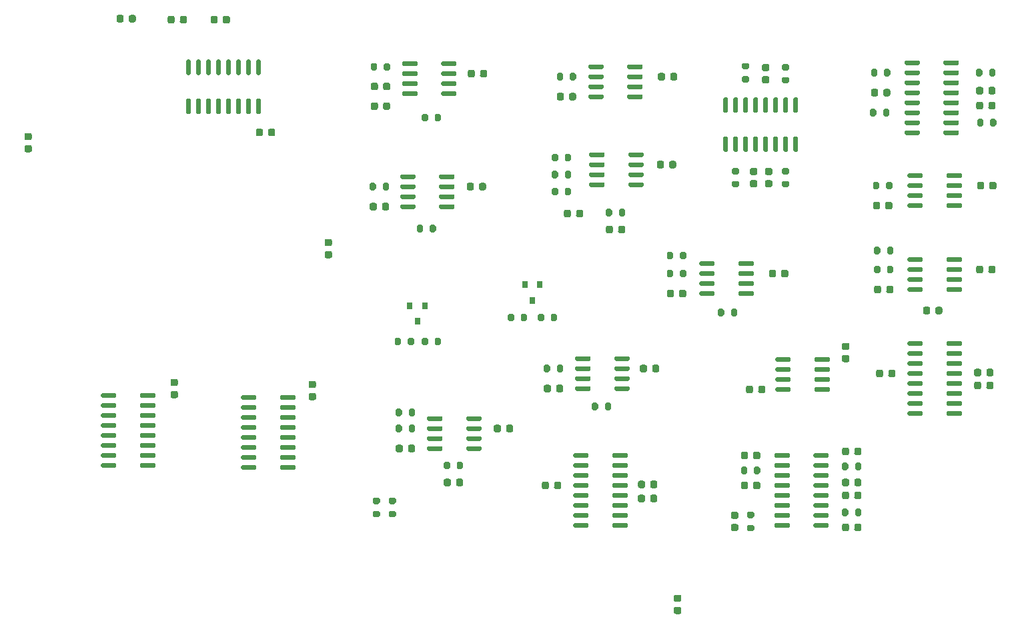
<source format=gtp>
%TF.GenerationSoftware,KiCad,Pcbnew,5.1.7-a382d34a8~87~ubuntu18.04.1*%
%TF.CreationDate,2023-12-20T15:51:10-08:00*%
%TF.ProjectId,potentiostat,706f7465-6e74-4696-9f73-7461742e6b69,rev?*%
%TF.SameCoordinates,Original*%
%TF.FileFunction,Paste,Top*%
%TF.FilePolarity,Positive*%
%FSLAX46Y46*%
G04 Gerber Fmt 4.6, Leading zero omitted, Abs format (unit mm)*
G04 Created by KiCad (PCBNEW 5.1.7-a382d34a8~87~ubuntu18.04.1) date 2023-12-20 15:51:10*
%MOMM*%
%LPD*%
G01*
G04 APERTURE LIST*
%ADD10R,0.800000X0.900000*%
G04 APERTURE END LIST*
%TO.C,C3*%
G36*
G01*
X174188000Y-104390000D02*
X174188000Y-103890000D01*
G75*
G02*
X174413000Y-103665000I225000J0D01*
G01*
X174863000Y-103665000D01*
G75*
G02*
X175088000Y-103890000I0J-225000D01*
G01*
X175088000Y-104390000D01*
G75*
G02*
X174863000Y-104615000I-225000J0D01*
G01*
X174413000Y-104615000D01*
G75*
G02*
X174188000Y-104390000I0J225000D01*
G01*
G37*
G36*
G01*
X172638000Y-104390000D02*
X172638000Y-103890000D01*
G75*
G02*
X172863000Y-103665000I225000J0D01*
G01*
X173313000Y-103665000D01*
G75*
G02*
X173538000Y-103890000I0J-225000D01*
G01*
X173538000Y-104390000D01*
G75*
G02*
X173313000Y-104615000I-225000J0D01*
G01*
X172863000Y-104615000D01*
G75*
G02*
X172638000Y-104390000I0J225000D01*
G01*
G37*
%TD*%
%TO.C,U11*%
G36*
G01*
X123804000Y-76604000D02*
X123804000Y-76304000D01*
G75*
G02*
X123954000Y-76154000I150000J0D01*
G01*
X125604000Y-76154000D01*
G75*
G02*
X125754000Y-76304000I0J-150000D01*
G01*
X125754000Y-76604000D01*
G75*
G02*
X125604000Y-76754000I-150000J0D01*
G01*
X123954000Y-76754000D01*
G75*
G02*
X123804000Y-76604000I0J150000D01*
G01*
G37*
G36*
G01*
X123804000Y-77874000D02*
X123804000Y-77574000D01*
G75*
G02*
X123954000Y-77424000I150000J0D01*
G01*
X125604000Y-77424000D01*
G75*
G02*
X125754000Y-77574000I0J-150000D01*
G01*
X125754000Y-77874000D01*
G75*
G02*
X125604000Y-78024000I-150000J0D01*
G01*
X123954000Y-78024000D01*
G75*
G02*
X123804000Y-77874000I0J150000D01*
G01*
G37*
G36*
G01*
X123804000Y-79144000D02*
X123804000Y-78844000D01*
G75*
G02*
X123954000Y-78694000I150000J0D01*
G01*
X125604000Y-78694000D01*
G75*
G02*
X125754000Y-78844000I0J-150000D01*
G01*
X125754000Y-79144000D01*
G75*
G02*
X125604000Y-79294000I-150000J0D01*
G01*
X123954000Y-79294000D01*
G75*
G02*
X123804000Y-79144000I0J150000D01*
G01*
G37*
G36*
G01*
X123804000Y-80414000D02*
X123804000Y-80114000D01*
G75*
G02*
X123954000Y-79964000I150000J0D01*
G01*
X125604000Y-79964000D01*
G75*
G02*
X125754000Y-80114000I0J-150000D01*
G01*
X125754000Y-80414000D01*
G75*
G02*
X125604000Y-80564000I-150000J0D01*
G01*
X123954000Y-80564000D01*
G75*
G02*
X123804000Y-80414000I0J150000D01*
G01*
G37*
G36*
G01*
X128754000Y-80414000D02*
X128754000Y-80114000D01*
G75*
G02*
X128904000Y-79964000I150000J0D01*
G01*
X130554000Y-79964000D01*
G75*
G02*
X130704000Y-80114000I0J-150000D01*
G01*
X130704000Y-80414000D01*
G75*
G02*
X130554000Y-80564000I-150000J0D01*
G01*
X128904000Y-80564000D01*
G75*
G02*
X128754000Y-80414000I0J150000D01*
G01*
G37*
G36*
G01*
X128754000Y-79144000D02*
X128754000Y-78844000D01*
G75*
G02*
X128904000Y-78694000I150000J0D01*
G01*
X130554000Y-78694000D01*
G75*
G02*
X130704000Y-78844000I0J-150000D01*
G01*
X130704000Y-79144000D01*
G75*
G02*
X130554000Y-79294000I-150000J0D01*
G01*
X128904000Y-79294000D01*
G75*
G02*
X128754000Y-79144000I0J150000D01*
G01*
G37*
G36*
G01*
X128754000Y-77874000D02*
X128754000Y-77574000D01*
G75*
G02*
X128904000Y-77424000I150000J0D01*
G01*
X130554000Y-77424000D01*
G75*
G02*
X130704000Y-77574000I0J-150000D01*
G01*
X130704000Y-77874000D01*
G75*
G02*
X130554000Y-78024000I-150000J0D01*
G01*
X128904000Y-78024000D01*
G75*
G02*
X128754000Y-77874000I0J150000D01*
G01*
G37*
G36*
G01*
X128754000Y-76604000D02*
X128754000Y-76304000D01*
G75*
G02*
X128904000Y-76154000I150000J0D01*
G01*
X130554000Y-76154000D01*
G75*
G02*
X130704000Y-76304000I0J-150000D01*
G01*
X130704000Y-76604000D01*
G75*
G02*
X130554000Y-76754000I-150000J0D01*
G01*
X128904000Y-76754000D01*
G75*
G02*
X128754000Y-76604000I0J150000D01*
G01*
G37*
%TD*%
%TO.C,C2*%
G36*
G01*
X162642000Y-104017000D02*
X162642000Y-104517000D01*
G75*
G02*
X162417000Y-104742000I-225000J0D01*
G01*
X161967000Y-104742000D01*
G75*
G02*
X161742000Y-104517000I0J225000D01*
G01*
X161742000Y-104017000D01*
G75*
G02*
X161967000Y-103792000I225000J0D01*
G01*
X162417000Y-103792000D01*
G75*
G02*
X162642000Y-104017000I0J-225000D01*
G01*
G37*
G36*
G01*
X161092000Y-104017000D02*
X161092000Y-104517000D01*
G75*
G02*
X160867000Y-104742000I-225000J0D01*
G01*
X160417000Y-104742000D01*
G75*
G02*
X160192000Y-104517000I0J225000D01*
G01*
X160192000Y-104017000D01*
G75*
G02*
X160417000Y-103792000I225000J0D01*
G01*
X160867000Y-103792000D01*
G75*
G02*
X161092000Y-104017000I0J-225000D01*
G01*
G37*
%TD*%
%TO.C,C4*%
G36*
G01*
X174188000Y-106041000D02*
X174188000Y-105541000D01*
G75*
G02*
X174413000Y-105316000I225000J0D01*
G01*
X174863000Y-105316000D01*
G75*
G02*
X175088000Y-105541000I0J-225000D01*
G01*
X175088000Y-106041000D01*
G75*
G02*
X174863000Y-106266000I-225000J0D01*
G01*
X174413000Y-106266000D01*
G75*
G02*
X174188000Y-106041000I0J225000D01*
G01*
G37*
G36*
G01*
X172638000Y-106041000D02*
X172638000Y-105541000D01*
G75*
G02*
X172863000Y-105316000I225000J0D01*
G01*
X173313000Y-105316000D01*
G75*
G02*
X173538000Y-105541000I0J-225000D01*
G01*
X173538000Y-106041000D01*
G75*
G02*
X173313000Y-106266000I-225000J0D01*
G01*
X172863000Y-106266000D01*
G75*
G02*
X172638000Y-106041000I0J225000D01*
G01*
G37*
%TD*%
%TO.C,C5*%
G36*
G01*
X96075000Y-68050000D02*
X96075000Y-67550000D01*
G75*
G02*
X96300000Y-67325000I225000J0D01*
G01*
X96750000Y-67325000D01*
G75*
G02*
X96975000Y-67550000I0J-225000D01*
G01*
X96975000Y-68050000D01*
G75*
G02*
X96750000Y-68275000I-225000J0D01*
G01*
X96300000Y-68275000D01*
G75*
G02*
X96075000Y-68050000I0J225000D01*
G01*
G37*
G36*
G01*
X97625000Y-68050000D02*
X97625000Y-67550000D01*
G75*
G02*
X97850000Y-67325000I225000J0D01*
G01*
X98300000Y-67325000D01*
G75*
G02*
X98525000Y-67550000I0J-225000D01*
G01*
X98525000Y-68050000D01*
G75*
G02*
X98300000Y-68275000I-225000J0D01*
G01*
X97850000Y-68275000D01*
G75*
G02*
X97625000Y-68050000I0J225000D01*
G01*
G37*
%TD*%
%TO.C,C6*%
G36*
G01*
X126802000Y-85729000D02*
X126802000Y-86229000D01*
G75*
G02*
X126577000Y-86454000I-225000J0D01*
G01*
X126127000Y-86454000D01*
G75*
G02*
X125902000Y-86229000I0J225000D01*
G01*
X125902000Y-85729000D01*
G75*
G02*
X126127000Y-85504000I225000J0D01*
G01*
X126577000Y-85504000D01*
G75*
G02*
X126802000Y-85729000I0J-225000D01*
G01*
G37*
G36*
G01*
X128352000Y-85729000D02*
X128352000Y-86229000D01*
G75*
G02*
X128127000Y-86454000I-225000J0D01*
G01*
X127677000Y-86454000D01*
G75*
G02*
X127452000Y-86229000I0J225000D01*
G01*
X127452000Y-85729000D01*
G75*
G02*
X127677000Y-85504000I225000J0D01*
G01*
X128127000Y-85504000D01*
G75*
G02*
X128352000Y-85729000I0J-225000D01*
G01*
G37*
%TD*%
%TO.C,C7*%
G36*
G01*
X52828000Y-76155000D02*
X52328000Y-76155000D01*
G75*
G02*
X52103000Y-75930000I0J225000D01*
G01*
X52103000Y-75480000D01*
G75*
G02*
X52328000Y-75255000I225000J0D01*
G01*
X52828000Y-75255000D01*
G75*
G02*
X53053000Y-75480000I0J-225000D01*
G01*
X53053000Y-75930000D01*
G75*
G02*
X52828000Y-76155000I-225000J0D01*
G01*
G37*
G36*
G01*
X52828000Y-74605000D02*
X52328000Y-74605000D01*
G75*
G02*
X52103000Y-74380000I0J225000D01*
G01*
X52103000Y-73930000D01*
G75*
G02*
X52328000Y-73705000I225000J0D01*
G01*
X52828000Y-73705000D01*
G75*
G02*
X53053000Y-73930000I0J-225000D01*
G01*
X53053000Y-74380000D01*
G75*
G02*
X52828000Y-74605000I-225000J0D01*
G01*
G37*
%TD*%
%TO.C,C8*%
G36*
G01*
X90928000Y-88067000D02*
X90428000Y-88067000D01*
G75*
G02*
X90203000Y-87842000I0J225000D01*
G01*
X90203000Y-87392000D01*
G75*
G02*
X90428000Y-87167000I225000J0D01*
G01*
X90928000Y-87167000D01*
G75*
G02*
X91153000Y-87392000I0J-225000D01*
G01*
X91153000Y-87842000D01*
G75*
G02*
X90928000Y-88067000I-225000J0D01*
G01*
G37*
G36*
G01*
X90928000Y-89617000D02*
X90428000Y-89617000D01*
G75*
G02*
X90203000Y-89392000I0J225000D01*
G01*
X90203000Y-88942000D01*
G75*
G02*
X90428000Y-88717000I225000J0D01*
G01*
X90928000Y-88717000D01*
G75*
G02*
X91153000Y-88942000I0J-225000D01*
G01*
X91153000Y-89392000D01*
G75*
G02*
X90928000Y-89617000I-225000J0D01*
G01*
G37*
%TD*%
%TO.C,C9*%
G36*
G01*
X135251000Y-134829000D02*
X134751000Y-134829000D01*
G75*
G02*
X134526000Y-134604000I0J225000D01*
G01*
X134526000Y-134154000D01*
G75*
G02*
X134751000Y-133929000I225000J0D01*
G01*
X135251000Y-133929000D01*
G75*
G02*
X135476000Y-134154000I0J-225000D01*
G01*
X135476000Y-134604000D01*
G75*
G02*
X135251000Y-134829000I-225000J0D01*
G01*
G37*
G36*
G01*
X135251000Y-133279000D02*
X134751000Y-133279000D01*
G75*
G02*
X134526000Y-133054000I0J225000D01*
G01*
X134526000Y-132604000D01*
G75*
G02*
X134751000Y-132379000I225000J0D01*
G01*
X135251000Y-132379000D01*
G75*
G02*
X135476000Y-132604000I0J-225000D01*
G01*
X135476000Y-133054000D01*
G75*
G02*
X135251000Y-133279000I-225000J0D01*
G01*
G37*
%TD*%
%TO.C,C10*%
G36*
G01*
X71370000Y-105847000D02*
X70870000Y-105847000D01*
G75*
G02*
X70645000Y-105622000I0J225000D01*
G01*
X70645000Y-105172000D01*
G75*
G02*
X70870000Y-104947000I225000J0D01*
G01*
X71370000Y-104947000D01*
G75*
G02*
X71595000Y-105172000I0J-225000D01*
G01*
X71595000Y-105622000D01*
G75*
G02*
X71370000Y-105847000I-225000J0D01*
G01*
G37*
G36*
G01*
X71370000Y-107397000D02*
X70870000Y-107397000D01*
G75*
G02*
X70645000Y-107172000I0J225000D01*
G01*
X70645000Y-106722000D01*
G75*
G02*
X70870000Y-106497000I225000J0D01*
G01*
X71370000Y-106497000D01*
G75*
G02*
X71595000Y-106722000I0J-225000D01*
G01*
X71595000Y-107172000D01*
G75*
G02*
X71370000Y-107397000I-225000J0D01*
G01*
G37*
%TD*%
%TO.C,C11*%
G36*
G01*
X123018000Y-83697000D02*
X123018000Y-84197000D01*
G75*
G02*
X122793000Y-84422000I-225000J0D01*
G01*
X122343000Y-84422000D01*
G75*
G02*
X122118000Y-84197000I0J225000D01*
G01*
X122118000Y-83697000D01*
G75*
G02*
X122343000Y-83472000I225000J0D01*
G01*
X122793000Y-83472000D01*
G75*
G02*
X123018000Y-83697000I0J-225000D01*
G01*
G37*
G36*
G01*
X121468000Y-83697000D02*
X121468000Y-84197000D01*
G75*
G02*
X121243000Y-84422000I-225000J0D01*
G01*
X120793000Y-84422000D01*
G75*
G02*
X120568000Y-84197000I0J225000D01*
G01*
X120568000Y-83697000D01*
G75*
G02*
X120793000Y-83472000I225000J0D01*
G01*
X121243000Y-83472000D01*
G75*
G02*
X121468000Y-83697000I0J-225000D01*
G01*
G37*
%TD*%
%TO.C,C12*%
G36*
G01*
X96975000Y-70050000D02*
X96975000Y-70550000D01*
G75*
G02*
X96750000Y-70775000I-225000J0D01*
G01*
X96300000Y-70775000D01*
G75*
G02*
X96075000Y-70550000I0J225000D01*
G01*
X96075000Y-70050000D01*
G75*
G02*
X96300000Y-69825000I225000J0D01*
G01*
X96750000Y-69825000D01*
G75*
G02*
X96975000Y-70050000I0J-225000D01*
G01*
G37*
G36*
G01*
X98525000Y-70050000D02*
X98525000Y-70550000D01*
G75*
G02*
X98300000Y-70775000I-225000J0D01*
G01*
X97850000Y-70775000D01*
G75*
G02*
X97625000Y-70550000I0J225000D01*
G01*
X97625000Y-70050000D01*
G75*
G02*
X97850000Y-69825000I225000J0D01*
G01*
X98300000Y-69825000D01*
G75*
G02*
X98525000Y-70050000I0J-225000D01*
G01*
G37*
%TD*%
%TO.C,C13*%
G36*
G01*
X144403000Y-78150000D02*
X144903000Y-78150000D01*
G75*
G02*
X145128000Y-78375000I0J-225000D01*
G01*
X145128000Y-78825000D01*
G75*
G02*
X144903000Y-79050000I-225000J0D01*
G01*
X144403000Y-79050000D01*
G75*
G02*
X144178000Y-78825000I0J225000D01*
G01*
X144178000Y-78375000D01*
G75*
G02*
X144403000Y-78150000I225000J0D01*
G01*
G37*
G36*
G01*
X144403000Y-79700000D02*
X144903000Y-79700000D01*
G75*
G02*
X145128000Y-79925000I0J-225000D01*
G01*
X145128000Y-80375000D01*
G75*
G02*
X144903000Y-80600000I-225000J0D01*
G01*
X144403000Y-80600000D01*
G75*
G02*
X144178000Y-80375000I0J225000D01*
G01*
X144178000Y-79925000D01*
G75*
G02*
X144403000Y-79700000I225000J0D01*
G01*
G37*
%TD*%
%TO.C,C14*%
G36*
G01*
X122129000Y-68838000D02*
X122129000Y-69338000D01*
G75*
G02*
X121904000Y-69563000I-225000J0D01*
G01*
X121454000Y-69563000D01*
G75*
G02*
X121229000Y-69338000I0J225000D01*
G01*
X121229000Y-68838000D01*
G75*
G02*
X121454000Y-68613000I225000J0D01*
G01*
X121904000Y-68613000D01*
G75*
G02*
X122129000Y-68838000I0J-225000D01*
G01*
G37*
G36*
G01*
X120579000Y-68838000D02*
X120579000Y-69338000D01*
G75*
G02*
X120354000Y-69563000I-225000J0D01*
G01*
X119904000Y-69563000D01*
G75*
G02*
X119679000Y-69338000I0J225000D01*
G01*
X119679000Y-68838000D01*
G75*
G02*
X119904000Y-68613000I225000J0D01*
G01*
X120354000Y-68613000D01*
G75*
G02*
X120579000Y-68838000I0J-225000D01*
G01*
G37*
%TD*%
%TO.C,C15*%
G36*
G01*
X98380000Y-82808000D02*
X98380000Y-83308000D01*
G75*
G02*
X98155000Y-83533000I-225000J0D01*
G01*
X97705000Y-83533000D01*
G75*
G02*
X97480000Y-83308000I0J225000D01*
G01*
X97480000Y-82808000D01*
G75*
G02*
X97705000Y-82583000I225000J0D01*
G01*
X98155000Y-82583000D01*
G75*
G02*
X98380000Y-82808000I0J-225000D01*
G01*
G37*
G36*
G01*
X96830000Y-82808000D02*
X96830000Y-83308000D01*
G75*
G02*
X96605000Y-83533000I-225000J0D01*
G01*
X96155000Y-83533000D01*
G75*
G02*
X95930000Y-83308000I0J225000D01*
G01*
X95930000Y-82808000D01*
G75*
G02*
X96155000Y-82583000I225000J0D01*
G01*
X96605000Y-82583000D01*
G75*
G02*
X96830000Y-82808000I0J-225000D01*
G01*
G37*
%TD*%
%TO.C,C16*%
G36*
G01*
X133929000Y-77974000D02*
X133929000Y-77474000D01*
G75*
G02*
X134154000Y-77249000I225000J0D01*
G01*
X134604000Y-77249000D01*
G75*
G02*
X134829000Y-77474000I0J-225000D01*
G01*
X134829000Y-77974000D01*
G75*
G02*
X134604000Y-78199000I-225000J0D01*
G01*
X134154000Y-78199000D01*
G75*
G02*
X133929000Y-77974000I0J225000D01*
G01*
G37*
G36*
G01*
X132379000Y-77974000D02*
X132379000Y-77474000D01*
G75*
G02*
X132604000Y-77249000I225000J0D01*
G01*
X133054000Y-77249000D01*
G75*
G02*
X133279000Y-77474000I0J-225000D01*
G01*
X133279000Y-77974000D01*
G75*
G02*
X133054000Y-78199000I-225000J0D01*
G01*
X132604000Y-78199000D01*
G75*
G02*
X132379000Y-77974000I0J225000D01*
G01*
G37*
%TD*%
%TO.C,C17*%
G36*
G01*
X146427000Y-65842000D02*
X145927000Y-65842000D01*
G75*
G02*
X145702000Y-65617000I0J225000D01*
G01*
X145702000Y-65167000D01*
G75*
G02*
X145927000Y-64942000I225000J0D01*
G01*
X146427000Y-64942000D01*
G75*
G02*
X146652000Y-65167000I0J-225000D01*
G01*
X146652000Y-65617000D01*
G75*
G02*
X146427000Y-65842000I-225000J0D01*
G01*
G37*
G36*
G01*
X146427000Y-67392000D02*
X145927000Y-67392000D01*
G75*
G02*
X145702000Y-67167000I0J225000D01*
G01*
X145702000Y-66717000D01*
G75*
G02*
X145927000Y-66492000I225000J0D01*
G01*
X146427000Y-66492000D01*
G75*
G02*
X146652000Y-66717000I0J-225000D01*
G01*
X146652000Y-67167000D01*
G75*
G02*
X146427000Y-67392000I-225000J0D01*
G01*
G37*
%TD*%
%TO.C,C18*%
G36*
G01*
X109926000Y-66417000D02*
X109926000Y-65917000D01*
G75*
G02*
X110151000Y-65692000I225000J0D01*
G01*
X110601000Y-65692000D01*
G75*
G02*
X110826000Y-65917000I0J-225000D01*
G01*
X110826000Y-66417000D01*
G75*
G02*
X110601000Y-66642000I-225000J0D01*
G01*
X110151000Y-66642000D01*
G75*
G02*
X109926000Y-66417000I0J225000D01*
G01*
G37*
G36*
G01*
X108376000Y-66417000D02*
X108376000Y-65917000D01*
G75*
G02*
X108601000Y-65692000I225000J0D01*
G01*
X109051000Y-65692000D01*
G75*
G02*
X109276000Y-65917000I0J-225000D01*
G01*
X109276000Y-66417000D01*
G75*
G02*
X109051000Y-66642000I-225000J0D01*
G01*
X108601000Y-66642000D01*
G75*
G02*
X108376000Y-66417000I0J225000D01*
G01*
G37*
%TD*%
%TO.C,C19*%
G36*
G01*
X134056000Y-66798000D02*
X134056000Y-66298000D01*
G75*
G02*
X134281000Y-66073000I225000J0D01*
G01*
X134731000Y-66073000D01*
G75*
G02*
X134956000Y-66298000I0J-225000D01*
G01*
X134956000Y-66798000D01*
G75*
G02*
X134731000Y-67023000I-225000J0D01*
G01*
X134281000Y-67023000D01*
G75*
G02*
X134056000Y-66798000I0J225000D01*
G01*
G37*
G36*
G01*
X132506000Y-66798000D02*
X132506000Y-66298000D01*
G75*
G02*
X132731000Y-66073000I225000J0D01*
G01*
X133181000Y-66073000D01*
G75*
G02*
X133406000Y-66298000I0J-225000D01*
G01*
X133406000Y-66798000D01*
G75*
G02*
X133181000Y-67023000I-225000J0D01*
G01*
X132731000Y-67023000D01*
G75*
G02*
X132506000Y-66798000I0J225000D01*
G01*
G37*
%TD*%
%TO.C,C20*%
G36*
G01*
X146308000Y-78150000D02*
X146808000Y-78150000D01*
G75*
G02*
X147033000Y-78375000I0J-225000D01*
G01*
X147033000Y-78825000D01*
G75*
G02*
X146808000Y-79050000I-225000J0D01*
G01*
X146308000Y-79050000D01*
G75*
G02*
X146083000Y-78825000I0J225000D01*
G01*
X146083000Y-78375000D01*
G75*
G02*
X146308000Y-78150000I225000J0D01*
G01*
G37*
G36*
G01*
X146308000Y-79700000D02*
X146808000Y-79700000D01*
G75*
G02*
X147033000Y-79925000I0J-225000D01*
G01*
X147033000Y-80375000D01*
G75*
G02*
X146808000Y-80600000I-225000J0D01*
G01*
X146308000Y-80600000D01*
G75*
G02*
X146083000Y-80375000I0J225000D01*
G01*
X146083000Y-79925000D01*
G75*
G02*
X146308000Y-79700000I225000J0D01*
G01*
G37*
%TD*%
%TO.C,C21*%
G36*
G01*
X108249000Y-80768000D02*
X108249000Y-80268000D01*
G75*
G02*
X108474000Y-80043000I225000J0D01*
G01*
X108924000Y-80043000D01*
G75*
G02*
X109149000Y-80268000I0J-225000D01*
G01*
X109149000Y-80768000D01*
G75*
G02*
X108924000Y-80993000I-225000J0D01*
G01*
X108474000Y-80993000D01*
G75*
G02*
X108249000Y-80768000I0J225000D01*
G01*
G37*
G36*
G01*
X109799000Y-80768000D02*
X109799000Y-80268000D01*
G75*
G02*
X110024000Y-80043000I225000J0D01*
G01*
X110474000Y-80043000D01*
G75*
G02*
X110699000Y-80268000I0J-225000D01*
G01*
X110699000Y-80768000D01*
G75*
G02*
X110474000Y-80993000I-225000J0D01*
G01*
X110024000Y-80993000D01*
G75*
G02*
X109799000Y-80768000I0J225000D01*
G01*
G37*
%TD*%
%TO.C,C22*%
G36*
G01*
X70276000Y-59559000D02*
X70276000Y-59059000D01*
G75*
G02*
X70501000Y-58834000I225000J0D01*
G01*
X70951000Y-58834000D01*
G75*
G02*
X71176000Y-59059000I0J-225000D01*
G01*
X71176000Y-59559000D01*
G75*
G02*
X70951000Y-59784000I-225000J0D01*
G01*
X70501000Y-59784000D01*
G75*
G02*
X70276000Y-59559000I0J225000D01*
G01*
G37*
G36*
G01*
X71826000Y-59559000D02*
X71826000Y-59059000D01*
G75*
G02*
X72051000Y-58834000I225000J0D01*
G01*
X72501000Y-58834000D01*
G75*
G02*
X72726000Y-59059000I0J-225000D01*
G01*
X72726000Y-59559000D01*
G75*
G02*
X72501000Y-59784000I-225000J0D01*
G01*
X72051000Y-59784000D01*
G75*
G02*
X71826000Y-59559000I0J225000D01*
G01*
G37*
%TD*%
%TO.C,C23*%
G36*
G01*
X76637000Y-59059000D02*
X76637000Y-59559000D01*
G75*
G02*
X76412000Y-59784000I-225000J0D01*
G01*
X75962000Y-59784000D01*
G75*
G02*
X75737000Y-59559000I0J225000D01*
G01*
X75737000Y-59059000D01*
G75*
G02*
X75962000Y-58834000I225000J0D01*
G01*
X76412000Y-58834000D01*
G75*
G02*
X76637000Y-59059000I0J-225000D01*
G01*
G37*
G36*
G01*
X78187000Y-59059000D02*
X78187000Y-59559000D01*
G75*
G02*
X77962000Y-59784000I-225000J0D01*
G01*
X77512000Y-59784000D01*
G75*
G02*
X77287000Y-59559000I0J225000D01*
G01*
X77287000Y-59059000D01*
G75*
G02*
X77512000Y-58834000I225000J0D01*
G01*
X77962000Y-58834000D01*
G75*
G02*
X78187000Y-59059000I0J-225000D01*
G01*
G37*
%TD*%
%TO.C,C24*%
G36*
G01*
X65349000Y-59432000D02*
X65349000Y-58932000D01*
G75*
G02*
X65574000Y-58707000I225000J0D01*
G01*
X66024000Y-58707000D01*
G75*
G02*
X66249000Y-58932000I0J-225000D01*
G01*
X66249000Y-59432000D01*
G75*
G02*
X66024000Y-59657000I-225000J0D01*
G01*
X65574000Y-59657000D01*
G75*
G02*
X65349000Y-59432000I0J225000D01*
G01*
G37*
G36*
G01*
X63799000Y-59432000D02*
X63799000Y-58932000D01*
G75*
G02*
X64024000Y-58707000I225000J0D01*
G01*
X64474000Y-58707000D01*
G75*
G02*
X64699000Y-58932000I0J-225000D01*
G01*
X64699000Y-59432000D01*
G75*
G02*
X64474000Y-59657000I-225000J0D01*
G01*
X64024000Y-59657000D01*
G75*
G02*
X63799000Y-59432000I0J225000D01*
G01*
G37*
%TD*%
%TO.C,C25*%
G36*
G01*
X145497000Y-114431000D02*
X145497000Y-114931000D01*
G75*
G02*
X145272000Y-115156000I-225000J0D01*
G01*
X144822000Y-115156000D01*
G75*
G02*
X144597000Y-114931000I0J225000D01*
G01*
X144597000Y-114431000D01*
G75*
G02*
X144822000Y-114206000I225000J0D01*
G01*
X145272000Y-114206000D01*
G75*
G02*
X145497000Y-114431000I0J-225000D01*
G01*
G37*
G36*
G01*
X143947000Y-114431000D02*
X143947000Y-114931000D01*
G75*
G02*
X143722000Y-115156000I-225000J0D01*
G01*
X143272000Y-115156000D01*
G75*
G02*
X143047000Y-114931000I0J225000D01*
G01*
X143047000Y-114431000D01*
G75*
G02*
X143272000Y-114206000I225000J0D01*
G01*
X143722000Y-114206000D01*
G75*
G02*
X143947000Y-114431000I0J-225000D01*
G01*
G37*
%TD*%
%TO.C,C26*%
G36*
G01*
X141990000Y-123388000D02*
X142490000Y-123388000D01*
G75*
G02*
X142715000Y-123613000I0J-225000D01*
G01*
X142715000Y-124063000D01*
G75*
G02*
X142490000Y-124288000I-225000J0D01*
G01*
X141990000Y-124288000D01*
G75*
G02*
X141765000Y-124063000I0J225000D01*
G01*
X141765000Y-123613000D01*
G75*
G02*
X141990000Y-123388000I225000J0D01*
G01*
G37*
G36*
G01*
X141990000Y-121838000D02*
X142490000Y-121838000D01*
G75*
G02*
X142715000Y-122063000I0J-225000D01*
G01*
X142715000Y-122513000D01*
G75*
G02*
X142490000Y-122738000I-225000J0D01*
G01*
X141990000Y-122738000D01*
G75*
G02*
X141765000Y-122513000I0J225000D01*
G01*
X141765000Y-122063000D01*
G75*
G02*
X141990000Y-121838000I225000J0D01*
G01*
G37*
%TD*%
%TO.C,C27*%
G36*
G01*
X155874000Y-124075000D02*
X155874000Y-123575000D01*
G75*
G02*
X156099000Y-123350000I225000J0D01*
G01*
X156549000Y-123350000D01*
G75*
G02*
X156774000Y-123575000I0J-225000D01*
G01*
X156774000Y-124075000D01*
G75*
G02*
X156549000Y-124300000I-225000J0D01*
G01*
X156099000Y-124300000D01*
G75*
G02*
X155874000Y-124075000I0J225000D01*
G01*
G37*
G36*
G01*
X157424000Y-124075000D02*
X157424000Y-123575000D01*
G75*
G02*
X157649000Y-123350000I225000J0D01*
G01*
X158099000Y-123350000D01*
G75*
G02*
X158324000Y-123575000I0J-225000D01*
G01*
X158324000Y-124075000D01*
G75*
G02*
X158099000Y-124300000I-225000J0D01*
G01*
X157649000Y-124300000D01*
G75*
G02*
X157424000Y-124075000I0J225000D01*
G01*
G37*
%TD*%
%TO.C,C28*%
G36*
G01*
X155874000Y-114423000D02*
X155874000Y-113923000D01*
G75*
G02*
X156099000Y-113698000I225000J0D01*
G01*
X156549000Y-113698000D01*
G75*
G02*
X156774000Y-113923000I0J-225000D01*
G01*
X156774000Y-114423000D01*
G75*
G02*
X156549000Y-114648000I-225000J0D01*
G01*
X156099000Y-114648000D01*
G75*
G02*
X155874000Y-114423000I0J225000D01*
G01*
G37*
G36*
G01*
X157424000Y-114423000D02*
X157424000Y-113923000D01*
G75*
G02*
X157649000Y-113698000I225000J0D01*
G01*
X158099000Y-113698000D01*
G75*
G02*
X158324000Y-113923000I0J-225000D01*
G01*
X158324000Y-114423000D01*
G75*
G02*
X158099000Y-114648000I-225000J0D01*
G01*
X157649000Y-114648000D01*
G75*
G02*
X157424000Y-114423000I0J225000D01*
G01*
G37*
%TD*%
%TO.C,C29*%
G36*
G01*
X167061000Y-96016000D02*
X167061000Y-96516000D01*
G75*
G02*
X166836000Y-96741000I-225000J0D01*
G01*
X166386000Y-96741000D01*
G75*
G02*
X166161000Y-96516000I0J225000D01*
G01*
X166161000Y-96016000D01*
G75*
G02*
X166386000Y-95791000I225000J0D01*
G01*
X166836000Y-95791000D01*
G75*
G02*
X167061000Y-96016000I0J-225000D01*
G01*
G37*
G36*
G01*
X168611000Y-96016000D02*
X168611000Y-96516000D01*
G75*
G02*
X168386000Y-96741000I-225000J0D01*
G01*
X167936000Y-96741000D01*
G75*
G02*
X167711000Y-96516000I0J225000D01*
G01*
X167711000Y-96016000D01*
G75*
G02*
X167936000Y-95791000I225000J0D01*
G01*
X168386000Y-95791000D01*
G75*
G02*
X168611000Y-96016000I0J-225000D01*
G01*
G37*
%TD*%
%TO.C,C30*%
G36*
G01*
X107778000Y-117860000D02*
X107778000Y-118360000D01*
G75*
G02*
X107553000Y-118585000I-225000J0D01*
G01*
X107103000Y-118585000D01*
G75*
G02*
X106878000Y-118360000I0J225000D01*
G01*
X106878000Y-117860000D01*
G75*
G02*
X107103000Y-117635000I225000J0D01*
G01*
X107553000Y-117635000D01*
G75*
G02*
X107778000Y-117860000I0J-225000D01*
G01*
G37*
G36*
G01*
X106228000Y-117860000D02*
X106228000Y-118360000D01*
G75*
G02*
X106003000Y-118585000I-225000J0D01*
G01*
X105553000Y-118585000D01*
G75*
G02*
X105328000Y-118360000I0J225000D01*
G01*
X105328000Y-117860000D01*
G75*
G02*
X105553000Y-117635000I225000J0D01*
G01*
X106003000Y-117635000D01*
G75*
G02*
X106228000Y-117860000I0J-225000D01*
G01*
G37*
%TD*%
%TO.C,C31*%
G36*
G01*
X160457000Y-68330000D02*
X160457000Y-68830000D01*
G75*
G02*
X160232000Y-69055000I-225000J0D01*
G01*
X159782000Y-69055000D01*
G75*
G02*
X159557000Y-68830000I0J225000D01*
G01*
X159557000Y-68330000D01*
G75*
G02*
X159782000Y-68105000I225000J0D01*
G01*
X160232000Y-68105000D01*
G75*
G02*
X160457000Y-68330000I0J-225000D01*
G01*
G37*
G36*
G01*
X162007000Y-68330000D02*
X162007000Y-68830000D01*
G75*
G02*
X161782000Y-69055000I-225000J0D01*
G01*
X161332000Y-69055000D01*
G75*
G02*
X161107000Y-68830000I0J225000D01*
G01*
X161107000Y-68330000D01*
G75*
G02*
X161332000Y-68105000I225000J0D01*
G01*
X161782000Y-68105000D01*
G75*
G02*
X162007000Y-68330000I0J-225000D01*
G01*
G37*
%TD*%
%TO.C,C32*%
G36*
G01*
X160838000Y-93349000D02*
X160838000Y-93849000D01*
G75*
G02*
X160613000Y-94074000I-225000J0D01*
G01*
X160163000Y-94074000D01*
G75*
G02*
X159938000Y-93849000I0J225000D01*
G01*
X159938000Y-93349000D01*
G75*
G02*
X160163000Y-93124000I225000J0D01*
G01*
X160613000Y-93124000D01*
G75*
G02*
X160838000Y-93349000I0J-225000D01*
G01*
G37*
G36*
G01*
X162388000Y-93349000D02*
X162388000Y-93849000D01*
G75*
G02*
X162163000Y-94074000I-225000J0D01*
G01*
X161713000Y-94074000D01*
G75*
G02*
X161488000Y-93849000I0J225000D01*
G01*
X161488000Y-93349000D01*
G75*
G02*
X161713000Y-93124000I225000J0D01*
G01*
X162163000Y-93124000D01*
G75*
G02*
X162388000Y-93349000I0J-225000D01*
G01*
G37*
%TD*%
%TO.C,C33*%
G36*
G01*
X145497000Y-118241000D02*
X145497000Y-118741000D01*
G75*
G02*
X145272000Y-118966000I-225000J0D01*
G01*
X144822000Y-118966000D01*
G75*
G02*
X144597000Y-118741000I0J225000D01*
G01*
X144597000Y-118241000D01*
G75*
G02*
X144822000Y-118016000I225000J0D01*
G01*
X145272000Y-118016000D01*
G75*
G02*
X145497000Y-118241000I0J-225000D01*
G01*
G37*
G36*
G01*
X143947000Y-118241000D02*
X143947000Y-118741000D01*
G75*
G02*
X143722000Y-118966000I-225000J0D01*
G01*
X143272000Y-118966000D01*
G75*
G02*
X143047000Y-118741000I0J225000D01*
G01*
X143047000Y-118241000D01*
G75*
G02*
X143272000Y-118016000I225000J0D01*
G01*
X143722000Y-118016000D01*
G75*
G02*
X143947000Y-118241000I0J-225000D01*
G01*
G37*
%TD*%
%TO.C,C34*%
G36*
G01*
X144582000Y-106049000D02*
X144582000Y-106549000D01*
G75*
G02*
X144357000Y-106774000I-225000J0D01*
G01*
X143907000Y-106774000D01*
G75*
G02*
X143682000Y-106549000I0J225000D01*
G01*
X143682000Y-106049000D01*
G75*
G02*
X143907000Y-105824000I225000J0D01*
G01*
X144357000Y-105824000D01*
G75*
G02*
X144582000Y-106049000I0J-225000D01*
G01*
G37*
G36*
G01*
X146132000Y-106049000D02*
X146132000Y-106549000D01*
G75*
G02*
X145907000Y-106774000I-225000J0D01*
G01*
X145457000Y-106774000D01*
G75*
G02*
X145232000Y-106549000I0J225000D01*
G01*
X145232000Y-106049000D01*
G75*
G02*
X145457000Y-105824000I225000J0D01*
G01*
X145907000Y-105824000D01*
G75*
G02*
X146132000Y-106049000I0J-225000D01*
G01*
G37*
%TD*%
%TO.C,C35*%
G36*
G01*
X172892000Y-68576000D02*
X172892000Y-68076000D01*
G75*
G02*
X173117000Y-67851000I225000J0D01*
G01*
X173567000Y-67851000D01*
G75*
G02*
X173792000Y-68076000I0J-225000D01*
G01*
X173792000Y-68576000D01*
G75*
G02*
X173567000Y-68801000I-225000J0D01*
G01*
X173117000Y-68801000D01*
G75*
G02*
X172892000Y-68576000I0J225000D01*
G01*
G37*
G36*
G01*
X174442000Y-68576000D02*
X174442000Y-68076000D01*
G75*
G02*
X174667000Y-67851000I225000J0D01*
G01*
X175117000Y-67851000D01*
G75*
G02*
X175342000Y-68076000I0J-225000D01*
G01*
X175342000Y-68576000D01*
G75*
G02*
X175117000Y-68801000I-225000J0D01*
G01*
X174667000Y-68801000D01*
G75*
G02*
X174442000Y-68576000I0J225000D01*
G01*
G37*
%TD*%
%TO.C,C36*%
G36*
G01*
X160711000Y-82681000D02*
X160711000Y-83181000D01*
G75*
G02*
X160486000Y-83406000I-225000J0D01*
G01*
X160036000Y-83406000D01*
G75*
G02*
X159811000Y-83181000I0J225000D01*
G01*
X159811000Y-82681000D01*
G75*
G02*
X160036000Y-82456000I225000J0D01*
G01*
X160486000Y-82456000D01*
G75*
G02*
X160711000Y-82681000I0J-225000D01*
G01*
G37*
G36*
G01*
X162261000Y-82681000D02*
X162261000Y-83181000D01*
G75*
G02*
X162036000Y-83406000I-225000J0D01*
G01*
X161586000Y-83406000D01*
G75*
G02*
X161361000Y-83181000I0J225000D01*
G01*
X161361000Y-82681000D01*
G75*
G02*
X161586000Y-82456000I225000J0D01*
G01*
X162036000Y-82456000D01*
G75*
G02*
X162261000Y-82681000I0J-225000D01*
G01*
G37*
%TD*%
%TO.C,C37*%
G36*
G01*
X157424000Y-118360000D02*
X157424000Y-117860000D01*
G75*
G02*
X157649000Y-117635000I225000J0D01*
G01*
X158099000Y-117635000D01*
G75*
G02*
X158324000Y-117860000I0J-225000D01*
G01*
X158324000Y-118360000D01*
G75*
G02*
X158099000Y-118585000I-225000J0D01*
G01*
X157649000Y-118585000D01*
G75*
G02*
X157424000Y-118360000I0J225000D01*
G01*
G37*
G36*
G01*
X155874000Y-118360000D02*
X155874000Y-117860000D01*
G75*
G02*
X156099000Y-117635000I225000J0D01*
G01*
X156549000Y-117635000D01*
G75*
G02*
X156774000Y-117860000I0J-225000D01*
G01*
X156774000Y-118360000D01*
G75*
G02*
X156549000Y-118585000I-225000J0D01*
G01*
X156099000Y-118585000D01*
G75*
G02*
X155874000Y-118360000I0J225000D01*
G01*
G37*
%TD*%
%TO.C,C38*%
G36*
G01*
X156587000Y-102825000D02*
X156087000Y-102825000D01*
G75*
G02*
X155862000Y-102600000I0J225000D01*
G01*
X155862000Y-102150000D01*
G75*
G02*
X156087000Y-101925000I225000J0D01*
G01*
X156587000Y-101925000D01*
G75*
G02*
X156812000Y-102150000I0J-225000D01*
G01*
X156812000Y-102600000D01*
G75*
G02*
X156587000Y-102825000I-225000J0D01*
G01*
G37*
G36*
G01*
X156587000Y-101275000D02*
X156087000Y-101275000D01*
G75*
G02*
X155862000Y-101050000I0J225000D01*
G01*
X155862000Y-100600000D01*
G75*
G02*
X156087000Y-100375000I225000J0D01*
G01*
X156587000Y-100375000D01*
G75*
G02*
X156812000Y-100600000I0J-225000D01*
G01*
X156812000Y-101050000D01*
G75*
G02*
X156587000Y-101275000I-225000J0D01*
G01*
G37*
%TD*%
%TO.C,C39*%
G36*
G01*
X136099000Y-93857000D02*
X136099000Y-94357000D01*
G75*
G02*
X135874000Y-94582000I-225000J0D01*
G01*
X135424000Y-94582000D01*
G75*
G02*
X135199000Y-94357000I0J225000D01*
G01*
X135199000Y-93857000D01*
G75*
G02*
X135424000Y-93632000I225000J0D01*
G01*
X135874000Y-93632000D01*
G75*
G02*
X136099000Y-93857000I0J-225000D01*
G01*
G37*
G36*
G01*
X134549000Y-93857000D02*
X134549000Y-94357000D01*
G75*
G02*
X134324000Y-94582000I-225000J0D01*
G01*
X133874000Y-94582000D01*
G75*
G02*
X133649000Y-94357000I0J225000D01*
G01*
X133649000Y-93857000D01*
G75*
G02*
X133874000Y-93632000I225000J0D01*
G01*
X134324000Y-93632000D01*
G75*
G02*
X134549000Y-93857000I0J-225000D01*
G01*
G37*
%TD*%
%TO.C,C40*%
G36*
G01*
X172892000Y-70481000D02*
X172892000Y-69981000D01*
G75*
G02*
X173117000Y-69756000I225000J0D01*
G01*
X173567000Y-69756000D01*
G75*
G02*
X173792000Y-69981000I0J-225000D01*
G01*
X173792000Y-70481000D01*
G75*
G02*
X173567000Y-70706000I-225000J0D01*
G01*
X173117000Y-70706000D01*
G75*
G02*
X172892000Y-70481000I0J225000D01*
G01*
G37*
G36*
G01*
X174442000Y-70481000D02*
X174442000Y-69981000D01*
G75*
G02*
X174667000Y-69756000I225000J0D01*
G01*
X175117000Y-69756000D01*
G75*
G02*
X175342000Y-69981000I0J-225000D01*
G01*
X175342000Y-70481000D01*
G75*
G02*
X175117000Y-70706000I-225000J0D01*
G01*
X174667000Y-70706000D01*
G75*
G02*
X174442000Y-70481000I0J225000D01*
G01*
G37*
%TD*%
%TO.C,C41*%
G36*
G01*
X157424000Y-120011000D02*
X157424000Y-119511000D01*
G75*
G02*
X157649000Y-119286000I225000J0D01*
G01*
X158099000Y-119286000D01*
G75*
G02*
X158324000Y-119511000I0J-225000D01*
G01*
X158324000Y-120011000D01*
G75*
G02*
X158099000Y-120236000I-225000J0D01*
G01*
X157649000Y-120236000D01*
G75*
G02*
X157424000Y-120011000I0J225000D01*
G01*
G37*
G36*
G01*
X155874000Y-120011000D02*
X155874000Y-119511000D01*
G75*
G02*
X156099000Y-119286000I225000J0D01*
G01*
X156549000Y-119286000D01*
G75*
G02*
X156774000Y-119511000I0J-225000D01*
G01*
X156774000Y-120011000D01*
G75*
G02*
X156549000Y-120236000I-225000J0D01*
G01*
X156099000Y-120236000D01*
G75*
G02*
X155874000Y-120011000I0J225000D01*
G01*
G37*
%TD*%
%TO.C,C42*%
G36*
G01*
X120478000Y-105922000D02*
X120478000Y-106422000D01*
G75*
G02*
X120253000Y-106647000I-225000J0D01*
G01*
X119803000Y-106647000D01*
G75*
G02*
X119578000Y-106422000I0J225000D01*
G01*
X119578000Y-105922000D01*
G75*
G02*
X119803000Y-105697000I225000J0D01*
G01*
X120253000Y-105697000D01*
G75*
G02*
X120478000Y-105922000I0J-225000D01*
G01*
G37*
G36*
G01*
X118928000Y-105922000D02*
X118928000Y-106422000D01*
G75*
G02*
X118703000Y-106647000I-225000J0D01*
G01*
X118253000Y-106647000D01*
G75*
G02*
X118028000Y-106422000I0J225000D01*
G01*
X118028000Y-105922000D01*
G75*
G02*
X118253000Y-105697000I225000J0D01*
G01*
X118703000Y-105697000D01*
G75*
G02*
X118928000Y-105922000I0J-225000D01*
G01*
G37*
%TD*%
%TO.C,C43*%
G36*
G01*
X174442000Y-91309000D02*
X174442000Y-90809000D01*
G75*
G02*
X174667000Y-90584000I225000J0D01*
G01*
X175117000Y-90584000D01*
G75*
G02*
X175342000Y-90809000I0J-225000D01*
G01*
X175342000Y-91309000D01*
G75*
G02*
X175117000Y-91534000I-225000J0D01*
G01*
X174667000Y-91534000D01*
G75*
G02*
X174442000Y-91309000I0J225000D01*
G01*
G37*
G36*
G01*
X172892000Y-91309000D02*
X172892000Y-90809000D01*
G75*
G02*
X173117000Y-90584000I225000J0D01*
G01*
X173567000Y-90584000D01*
G75*
G02*
X173792000Y-90809000I0J-225000D01*
G01*
X173792000Y-91309000D01*
G75*
G02*
X173567000Y-91534000I-225000J0D01*
G01*
X173117000Y-91534000D01*
G75*
G02*
X172892000Y-91309000I0J225000D01*
G01*
G37*
%TD*%
%TO.C,C44*%
G36*
G01*
X100132000Y-113542000D02*
X100132000Y-114042000D01*
G75*
G02*
X99907000Y-114267000I-225000J0D01*
G01*
X99457000Y-114267000D01*
G75*
G02*
X99232000Y-114042000I0J225000D01*
G01*
X99232000Y-113542000D01*
G75*
G02*
X99457000Y-113317000I225000J0D01*
G01*
X99907000Y-113317000D01*
G75*
G02*
X100132000Y-113542000I0J-225000D01*
G01*
G37*
G36*
G01*
X101682000Y-113542000D02*
X101682000Y-114042000D01*
G75*
G02*
X101457000Y-114267000I-225000J0D01*
G01*
X101007000Y-114267000D01*
G75*
G02*
X100782000Y-114042000I0J225000D01*
G01*
X100782000Y-113542000D01*
G75*
G02*
X101007000Y-113317000I225000J0D01*
G01*
X101457000Y-113317000D01*
G75*
G02*
X101682000Y-113542000I0J-225000D01*
G01*
G37*
%TD*%
%TO.C,C45*%
G36*
G01*
X173019000Y-80641000D02*
X173019000Y-80141000D01*
G75*
G02*
X173244000Y-79916000I225000J0D01*
G01*
X173694000Y-79916000D01*
G75*
G02*
X173919000Y-80141000I0J-225000D01*
G01*
X173919000Y-80641000D01*
G75*
G02*
X173694000Y-80866000I-225000J0D01*
G01*
X173244000Y-80866000D01*
G75*
G02*
X173019000Y-80641000I0J225000D01*
G01*
G37*
G36*
G01*
X174569000Y-80641000D02*
X174569000Y-80141000D01*
G75*
G02*
X174794000Y-79916000I225000J0D01*
G01*
X175244000Y-79916000D01*
G75*
G02*
X175469000Y-80141000I0J-225000D01*
G01*
X175469000Y-80641000D01*
G75*
G02*
X175244000Y-80866000I-225000J0D01*
G01*
X174794000Y-80866000D01*
G75*
G02*
X174569000Y-80641000I0J225000D01*
G01*
G37*
%TD*%
%TO.C,C46*%
G36*
G01*
X88896000Y-107651000D02*
X88396000Y-107651000D01*
G75*
G02*
X88171000Y-107426000I0J225000D01*
G01*
X88171000Y-106976000D01*
G75*
G02*
X88396000Y-106751000I225000J0D01*
G01*
X88896000Y-106751000D01*
G75*
G02*
X89121000Y-106976000I0J-225000D01*
G01*
X89121000Y-107426000D01*
G75*
G02*
X88896000Y-107651000I-225000J0D01*
G01*
G37*
G36*
G01*
X88896000Y-106101000D02*
X88396000Y-106101000D01*
G75*
G02*
X88171000Y-105876000I0J225000D01*
G01*
X88171000Y-105426000D01*
G75*
G02*
X88396000Y-105201000I225000J0D01*
G01*
X88896000Y-105201000D01*
G75*
G02*
X89121000Y-105426000I0J-225000D01*
G01*
X89121000Y-105876000D01*
G75*
G02*
X88896000Y-106101000I-225000J0D01*
G01*
G37*
%TD*%
%TO.C,C47*%
G36*
G01*
X81483000Y-73883000D02*
X81483000Y-73383000D01*
G75*
G02*
X81708000Y-73158000I225000J0D01*
G01*
X82158000Y-73158000D01*
G75*
G02*
X82383000Y-73383000I0J-225000D01*
G01*
X82383000Y-73883000D01*
G75*
G02*
X82158000Y-74108000I-225000J0D01*
G01*
X81708000Y-74108000D01*
G75*
G02*
X81483000Y-73883000I0J225000D01*
G01*
G37*
G36*
G01*
X83033000Y-73883000D02*
X83033000Y-73383000D01*
G75*
G02*
X83258000Y-73158000I225000J0D01*
G01*
X83708000Y-73158000D01*
G75*
G02*
X83933000Y-73383000I0J-225000D01*
G01*
X83933000Y-73883000D01*
G75*
G02*
X83708000Y-74108000I-225000J0D01*
G01*
X83258000Y-74108000D01*
G75*
G02*
X83033000Y-73883000I0J225000D01*
G01*
G37*
%TD*%
%TO.C,C48*%
G36*
G01*
X130220000Y-103882000D02*
X130220000Y-103382000D01*
G75*
G02*
X130445000Y-103157000I225000J0D01*
G01*
X130895000Y-103157000D01*
G75*
G02*
X131120000Y-103382000I0J-225000D01*
G01*
X131120000Y-103882000D01*
G75*
G02*
X130895000Y-104107000I-225000J0D01*
G01*
X130445000Y-104107000D01*
G75*
G02*
X130220000Y-103882000I0J225000D01*
G01*
G37*
G36*
G01*
X131770000Y-103882000D02*
X131770000Y-103382000D01*
G75*
G02*
X131995000Y-103157000I225000J0D01*
G01*
X132445000Y-103157000D01*
G75*
G02*
X132670000Y-103382000I0J-225000D01*
G01*
X132670000Y-103882000D01*
G75*
G02*
X132445000Y-104107000I-225000J0D01*
G01*
X131995000Y-104107000D01*
G75*
G02*
X131770000Y-103882000I0J225000D01*
G01*
G37*
%TD*%
%TO.C,C50*%
G36*
G01*
X146603000Y-91817000D02*
X146603000Y-91317000D01*
G75*
G02*
X146828000Y-91092000I225000J0D01*
G01*
X147278000Y-91092000D01*
G75*
G02*
X147503000Y-91317000I0J-225000D01*
G01*
X147503000Y-91817000D01*
G75*
G02*
X147278000Y-92042000I-225000J0D01*
G01*
X146828000Y-92042000D01*
G75*
G02*
X146603000Y-91817000I0J225000D01*
G01*
G37*
G36*
G01*
X148153000Y-91817000D02*
X148153000Y-91317000D01*
G75*
G02*
X148378000Y-91092000I225000J0D01*
G01*
X148828000Y-91092000D01*
G75*
G02*
X149053000Y-91317000I0J-225000D01*
G01*
X149053000Y-91817000D01*
G75*
G02*
X148828000Y-92042000I-225000J0D01*
G01*
X148378000Y-92042000D01*
G75*
G02*
X148153000Y-91817000I0J225000D01*
G01*
G37*
%TD*%
%TO.C,C52*%
G36*
G01*
X113228000Y-111502000D02*
X113228000Y-111002000D01*
G75*
G02*
X113453000Y-110777000I225000J0D01*
G01*
X113903000Y-110777000D01*
G75*
G02*
X114128000Y-111002000I0J-225000D01*
G01*
X114128000Y-111502000D01*
G75*
G02*
X113903000Y-111727000I-225000J0D01*
G01*
X113453000Y-111727000D01*
G75*
G02*
X113228000Y-111502000I0J225000D01*
G01*
G37*
G36*
G01*
X111678000Y-111502000D02*
X111678000Y-111002000D01*
G75*
G02*
X111903000Y-110777000I225000J0D01*
G01*
X112353000Y-110777000D01*
G75*
G02*
X112578000Y-111002000I0J-225000D01*
G01*
X112578000Y-111502000D01*
G75*
G02*
X112353000Y-111727000I-225000J0D01*
G01*
X111903000Y-111727000D01*
G75*
G02*
X111678000Y-111502000I0J225000D01*
G01*
G37*
%TD*%
D10*
%TO.C,D1*%
X117536000Y-92980000D03*
X115636000Y-92980000D03*
X116586000Y-94980000D03*
%TD*%
%TO.C,D2*%
X102931000Y-95647000D03*
X101031000Y-95647000D03*
X101981000Y-97647000D03*
%TD*%
%TO.C,R1*%
G36*
G01*
X119844000Y-76560000D02*
X119844000Y-77110000D01*
G75*
G02*
X119644000Y-77310000I-200000J0D01*
G01*
X119244000Y-77310000D01*
G75*
G02*
X119044000Y-77110000I0J200000D01*
G01*
X119044000Y-76560000D01*
G75*
G02*
X119244000Y-76360000I200000J0D01*
G01*
X119644000Y-76360000D01*
G75*
G02*
X119844000Y-76560000I0J-200000D01*
G01*
G37*
G36*
G01*
X121494000Y-76560000D02*
X121494000Y-77110000D01*
G75*
G02*
X121294000Y-77310000I-200000J0D01*
G01*
X120894000Y-77310000D01*
G75*
G02*
X120694000Y-77110000I0J200000D01*
G01*
X120694000Y-76560000D01*
G75*
G02*
X120894000Y-76360000I200000J0D01*
G01*
X121294000Y-76360000D01*
G75*
G02*
X121494000Y-76560000I0J-200000D01*
G01*
G37*
%TD*%
%TO.C,R2*%
G36*
G01*
X119844000Y-78719000D02*
X119844000Y-79269000D01*
G75*
G02*
X119644000Y-79469000I-200000J0D01*
G01*
X119244000Y-79469000D01*
G75*
G02*
X119044000Y-79269000I0J200000D01*
G01*
X119044000Y-78719000D01*
G75*
G02*
X119244000Y-78519000I200000J0D01*
G01*
X119644000Y-78519000D01*
G75*
G02*
X119844000Y-78719000I0J-200000D01*
G01*
G37*
G36*
G01*
X121494000Y-78719000D02*
X121494000Y-79269000D01*
G75*
G02*
X121294000Y-79469000I-200000J0D01*
G01*
X120894000Y-79469000D01*
G75*
G02*
X120694000Y-79269000I0J200000D01*
G01*
X120694000Y-78719000D01*
G75*
G02*
X120894000Y-78519000I200000J0D01*
G01*
X121294000Y-78519000D01*
G75*
G02*
X121494000Y-78719000I0J-200000D01*
G01*
G37*
%TD*%
%TO.C,R3*%
G36*
G01*
X119044000Y-81428000D02*
X119044000Y-80878000D01*
G75*
G02*
X119244000Y-80678000I200000J0D01*
G01*
X119644000Y-80678000D01*
G75*
G02*
X119844000Y-80878000I0J-200000D01*
G01*
X119844000Y-81428000D01*
G75*
G02*
X119644000Y-81628000I-200000J0D01*
G01*
X119244000Y-81628000D01*
G75*
G02*
X119044000Y-81428000I0J200000D01*
G01*
G37*
G36*
G01*
X120694000Y-81428000D02*
X120694000Y-80878000D01*
G75*
G02*
X120894000Y-80678000I200000J0D01*
G01*
X121294000Y-80678000D01*
G75*
G02*
X121494000Y-80878000I0J-200000D01*
G01*
X121494000Y-81428000D01*
G75*
G02*
X121294000Y-81628000I-200000J0D01*
G01*
X120894000Y-81628000D01*
G75*
G02*
X120694000Y-81428000I0J200000D01*
G01*
G37*
%TD*%
%TO.C,R4*%
G36*
G01*
X96875000Y-65025000D02*
X96875000Y-65575000D01*
G75*
G02*
X96675000Y-65775000I-200000J0D01*
G01*
X96275000Y-65775000D01*
G75*
G02*
X96075000Y-65575000I0J200000D01*
G01*
X96075000Y-65025000D01*
G75*
G02*
X96275000Y-64825000I200000J0D01*
G01*
X96675000Y-64825000D01*
G75*
G02*
X96875000Y-65025000I0J-200000D01*
G01*
G37*
G36*
G01*
X98525000Y-65025000D02*
X98525000Y-65575000D01*
G75*
G02*
X98325000Y-65775000I-200000J0D01*
G01*
X97925000Y-65775000D01*
G75*
G02*
X97725000Y-65575000I0J200000D01*
G01*
X97725000Y-65025000D01*
G75*
G02*
X97925000Y-64825000I200000J0D01*
G01*
X98325000Y-64825000D01*
G75*
G02*
X98525000Y-65025000I0J-200000D01*
G01*
G37*
%TD*%
%TO.C,R5*%
G36*
G01*
X128352000Y-83545000D02*
X128352000Y-84095000D01*
G75*
G02*
X128152000Y-84295000I-200000J0D01*
G01*
X127752000Y-84295000D01*
G75*
G02*
X127552000Y-84095000I0J200000D01*
G01*
X127552000Y-83545000D01*
G75*
G02*
X127752000Y-83345000I200000J0D01*
G01*
X128152000Y-83345000D01*
G75*
G02*
X128352000Y-83545000I0J-200000D01*
G01*
G37*
G36*
G01*
X126702000Y-83545000D02*
X126702000Y-84095000D01*
G75*
G02*
X126502000Y-84295000I-200000J0D01*
G01*
X126102000Y-84295000D01*
G75*
G02*
X125902000Y-84095000I0J200000D01*
G01*
X125902000Y-83545000D01*
G75*
G02*
X126102000Y-83345000I200000J0D01*
G01*
X126502000Y-83345000D01*
G75*
G02*
X126702000Y-83545000I0J-200000D01*
G01*
G37*
%TD*%
%TO.C,R6*%
G36*
G01*
X104984000Y-71480000D02*
X104984000Y-72030000D01*
G75*
G02*
X104784000Y-72230000I-200000J0D01*
G01*
X104384000Y-72230000D01*
G75*
G02*
X104184000Y-72030000I0J200000D01*
G01*
X104184000Y-71480000D01*
G75*
G02*
X104384000Y-71280000I200000J0D01*
G01*
X104784000Y-71280000D01*
G75*
G02*
X104984000Y-71480000I0J-200000D01*
G01*
G37*
G36*
G01*
X103334000Y-71480000D02*
X103334000Y-72030000D01*
G75*
G02*
X103134000Y-72230000I-200000J0D01*
G01*
X102734000Y-72230000D01*
G75*
G02*
X102534000Y-72030000I0J200000D01*
G01*
X102534000Y-71480000D01*
G75*
G02*
X102734000Y-71280000I200000J0D01*
G01*
X103134000Y-71280000D01*
G75*
G02*
X103334000Y-71480000I0J-200000D01*
G01*
G37*
%TD*%
%TO.C,R7*%
G36*
G01*
X122129000Y-66273000D02*
X122129000Y-66823000D01*
G75*
G02*
X121929000Y-67023000I-200000J0D01*
G01*
X121529000Y-67023000D01*
G75*
G02*
X121329000Y-66823000I0J200000D01*
G01*
X121329000Y-66273000D01*
G75*
G02*
X121529000Y-66073000I200000J0D01*
G01*
X121929000Y-66073000D01*
G75*
G02*
X122129000Y-66273000I0J-200000D01*
G01*
G37*
G36*
G01*
X120479000Y-66273000D02*
X120479000Y-66823000D01*
G75*
G02*
X120279000Y-67023000I-200000J0D01*
G01*
X119879000Y-67023000D01*
G75*
G02*
X119679000Y-66823000I0J200000D01*
G01*
X119679000Y-66273000D01*
G75*
G02*
X119879000Y-66073000I200000J0D01*
G01*
X120279000Y-66073000D01*
G75*
G02*
X120479000Y-66273000I0J-200000D01*
G01*
G37*
%TD*%
%TO.C,R8*%
G36*
G01*
X96730000Y-80243000D02*
X96730000Y-80793000D01*
G75*
G02*
X96530000Y-80993000I-200000J0D01*
G01*
X96130000Y-80993000D01*
G75*
G02*
X95930000Y-80793000I0J200000D01*
G01*
X95930000Y-80243000D01*
G75*
G02*
X96130000Y-80043000I200000J0D01*
G01*
X96530000Y-80043000D01*
G75*
G02*
X96730000Y-80243000I0J-200000D01*
G01*
G37*
G36*
G01*
X98380000Y-80243000D02*
X98380000Y-80793000D01*
G75*
G02*
X98180000Y-80993000I-200000J0D01*
G01*
X97780000Y-80993000D01*
G75*
G02*
X97580000Y-80793000I0J200000D01*
G01*
X97580000Y-80243000D01*
G75*
G02*
X97780000Y-80043000I200000J0D01*
G01*
X98180000Y-80043000D01*
G75*
G02*
X98380000Y-80243000I0J-200000D01*
G01*
G37*
%TD*%
%TO.C,R9*%
G36*
G01*
X148992000Y-65742000D02*
X148442000Y-65742000D01*
G75*
G02*
X148242000Y-65542000I0J200000D01*
G01*
X148242000Y-65142000D01*
G75*
G02*
X148442000Y-64942000I200000J0D01*
G01*
X148992000Y-64942000D01*
G75*
G02*
X149192000Y-65142000I0J-200000D01*
G01*
X149192000Y-65542000D01*
G75*
G02*
X148992000Y-65742000I-200000J0D01*
G01*
G37*
G36*
G01*
X148992000Y-67392000D02*
X148442000Y-67392000D01*
G75*
G02*
X148242000Y-67192000I0J200000D01*
G01*
X148242000Y-66792000D01*
G75*
G02*
X148442000Y-66592000I200000J0D01*
G01*
X148992000Y-66592000D01*
G75*
G02*
X149192000Y-66792000I0J-200000D01*
G01*
X149192000Y-67192000D01*
G75*
G02*
X148992000Y-67392000I-200000J0D01*
G01*
G37*
%TD*%
%TO.C,R10*%
G36*
G01*
X143912000Y-67265000D02*
X143362000Y-67265000D01*
G75*
G02*
X143162000Y-67065000I0J200000D01*
G01*
X143162000Y-66665000D01*
G75*
G02*
X143362000Y-66465000I200000J0D01*
G01*
X143912000Y-66465000D01*
G75*
G02*
X144112000Y-66665000I0J-200000D01*
G01*
X144112000Y-67065000D01*
G75*
G02*
X143912000Y-67265000I-200000J0D01*
G01*
G37*
G36*
G01*
X143912000Y-65615000D02*
X143362000Y-65615000D01*
G75*
G02*
X143162000Y-65415000I0J200000D01*
G01*
X143162000Y-65015000D01*
G75*
G02*
X143362000Y-64815000I200000J0D01*
G01*
X143912000Y-64815000D01*
G75*
G02*
X144112000Y-65015000I0J-200000D01*
G01*
X144112000Y-65415000D01*
G75*
G02*
X143912000Y-65615000I-200000J0D01*
G01*
G37*
%TD*%
%TO.C,R11*%
G36*
G01*
X142092000Y-79800000D02*
X142642000Y-79800000D01*
G75*
G02*
X142842000Y-80000000I0J-200000D01*
G01*
X142842000Y-80400000D01*
G75*
G02*
X142642000Y-80600000I-200000J0D01*
G01*
X142092000Y-80600000D01*
G75*
G02*
X141892000Y-80400000I0J200000D01*
G01*
X141892000Y-80000000D01*
G75*
G02*
X142092000Y-79800000I200000J0D01*
G01*
G37*
G36*
G01*
X142092000Y-78150000D02*
X142642000Y-78150000D01*
G75*
G02*
X142842000Y-78350000I0J-200000D01*
G01*
X142842000Y-78750000D01*
G75*
G02*
X142642000Y-78950000I-200000J0D01*
G01*
X142092000Y-78950000D01*
G75*
G02*
X141892000Y-78750000I0J200000D01*
G01*
X141892000Y-78350000D01*
G75*
G02*
X142092000Y-78150000I200000J0D01*
G01*
G37*
%TD*%
%TO.C,R12*%
G36*
G01*
X148442000Y-78150000D02*
X148992000Y-78150000D01*
G75*
G02*
X149192000Y-78350000I0J-200000D01*
G01*
X149192000Y-78750000D01*
G75*
G02*
X148992000Y-78950000I-200000J0D01*
G01*
X148442000Y-78950000D01*
G75*
G02*
X148242000Y-78750000I0J200000D01*
G01*
X148242000Y-78350000D01*
G75*
G02*
X148442000Y-78150000I200000J0D01*
G01*
G37*
G36*
G01*
X148442000Y-79800000D02*
X148992000Y-79800000D01*
G75*
G02*
X149192000Y-80000000I0J-200000D01*
G01*
X149192000Y-80400000D01*
G75*
G02*
X148992000Y-80600000I-200000J0D01*
G01*
X148442000Y-80600000D01*
G75*
G02*
X148242000Y-80400000I0J200000D01*
G01*
X148242000Y-80000000D01*
G75*
G02*
X148442000Y-79800000I200000J0D01*
G01*
G37*
%TD*%
%TO.C,R13*%
G36*
G01*
X102699000Y-85577000D02*
X102699000Y-86127000D01*
G75*
G02*
X102499000Y-86327000I-200000J0D01*
G01*
X102099000Y-86327000D01*
G75*
G02*
X101899000Y-86127000I0J200000D01*
G01*
X101899000Y-85577000D01*
G75*
G02*
X102099000Y-85377000I200000J0D01*
G01*
X102499000Y-85377000D01*
G75*
G02*
X102699000Y-85577000I0J-200000D01*
G01*
G37*
G36*
G01*
X104349000Y-85577000D02*
X104349000Y-86127000D01*
G75*
G02*
X104149000Y-86327000I-200000J0D01*
G01*
X103749000Y-86327000D01*
G75*
G02*
X103549000Y-86127000I0J200000D01*
G01*
X103549000Y-85577000D01*
G75*
G02*
X103749000Y-85377000I200000J0D01*
G01*
X104149000Y-85377000D01*
G75*
G02*
X104349000Y-85577000I0J-200000D01*
G01*
G37*
%TD*%
%TO.C,R14*%
G36*
G01*
X143847000Y-116311000D02*
X143847000Y-116861000D01*
G75*
G02*
X143647000Y-117061000I-200000J0D01*
G01*
X143247000Y-117061000D01*
G75*
G02*
X143047000Y-116861000I0J200000D01*
G01*
X143047000Y-116311000D01*
G75*
G02*
X143247000Y-116111000I200000J0D01*
G01*
X143647000Y-116111000D01*
G75*
G02*
X143847000Y-116311000I0J-200000D01*
G01*
G37*
G36*
G01*
X145497000Y-116311000D02*
X145497000Y-116861000D01*
G75*
G02*
X145297000Y-117061000I-200000J0D01*
G01*
X144897000Y-117061000D01*
G75*
G02*
X144697000Y-116861000I0J200000D01*
G01*
X144697000Y-116311000D01*
G75*
G02*
X144897000Y-116111000I200000J0D01*
G01*
X145297000Y-116111000D01*
G75*
G02*
X145497000Y-116311000I0J-200000D01*
G01*
G37*
%TD*%
%TO.C,R15*%
G36*
G01*
X143997000Y-123488000D02*
X144547000Y-123488000D01*
G75*
G02*
X144747000Y-123688000I0J-200000D01*
G01*
X144747000Y-124088000D01*
G75*
G02*
X144547000Y-124288000I-200000J0D01*
G01*
X143997000Y-124288000D01*
G75*
G02*
X143797000Y-124088000I0J200000D01*
G01*
X143797000Y-123688000D01*
G75*
G02*
X143997000Y-123488000I200000J0D01*
G01*
G37*
G36*
G01*
X143997000Y-121838000D02*
X144547000Y-121838000D01*
G75*
G02*
X144747000Y-122038000I0J-200000D01*
G01*
X144747000Y-122438000D01*
G75*
G02*
X144547000Y-122638000I-200000J0D01*
G01*
X143997000Y-122638000D01*
G75*
G02*
X143797000Y-122438000I0J200000D01*
G01*
X143797000Y-122038000D01*
G75*
G02*
X143997000Y-121838000I200000J0D01*
G01*
G37*
%TD*%
%TO.C,R16*%
G36*
G01*
X155874000Y-122195000D02*
X155874000Y-121645000D01*
G75*
G02*
X156074000Y-121445000I200000J0D01*
G01*
X156474000Y-121445000D01*
G75*
G02*
X156674000Y-121645000I0J-200000D01*
G01*
X156674000Y-122195000D01*
G75*
G02*
X156474000Y-122395000I-200000J0D01*
G01*
X156074000Y-122395000D01*
G75*
G02*
X155874000Y-122195000I0J200000D01*
G01*
G37*
G36*
G01*
X157524000Y-122195000D02*
X157524000Y-121645000D01*
G75*
G02*
X157724000Y-121445000I200000J0D01*
G01*
X158124000Y-121445000D01*
G75*
G02*
X158324000Y-121645000I0J-200000D01*
G01*
X158324000Y-122195000D01*
G75*
G02*
X158124000Y-122395000I-200000J0D01*
G01*
X157724000Y-122395000D01*
G75*
G02*
X157524000Y-122195000I0J200000D01*
G01*
G37*
%TD*%
%TO.C,R17*%
G36*
G01*
X157524000Y-116353000D02*
X157524000Y-115803000D01*
G75*
G02*
X157724000Y-115603000I200000J0D01*
G01*
X158124000Y-115603000D01*
G75*
G02*
X158324000Y-115803000I0J-200000D01*
G01*
X158324000Y-116353000D01*
G75*
G02*
X158124000Y-116553000I-200000J0D01*
G01*
X157724000Y-116553000D01*
G75*
G02*
X157524000Y-116353000I0J200000D01*
G01*
G37*
G36*
G01*
X155874000Y-116353000D02*
X155874000Y-115803000D01*
G75*
G02*
X156074000Y-115603000I200000J0D01*
G01*
X156474000Y-115603000D01*
G75*
G02*
X156674000Y-115803000I0J-200000D01*
G01*
X156674000Y-116353000D01*
G75*
G02*
X156474000Y-116553000I-200000J0D01*
G01*
X156074000Y-116553000D01*
G75*
G02*
X155874000Y-116353000I0J200000D01*
G01*
G37*
%TD*%
%TO.C,R18*%
G36*
G01*
X160738000Y-90784000D02*
X160738000Y-91334000D01*
G75*
G02*
X160538000Y-91534000I-200000J0D01*
G01*
X160138000Y-91534000D01*
G75*
G02*
X159938000Y-91334000I0J200000D01*
G01*
X159938000Y-90784000D01*
G75*
G02*
X160138000Y-90584000I200000J0D01*
G01*
X160538000Y-90584000D01*
G75*
G02*
X160738000Y-90784000I0J-200000D01*
G01*
G37*
G36*
G01*
X162388000Y-90784000D02*
X162388000Y-91334000D01*
G75*
G02*
X162188000Y-91534000I-200000J0D01*
G01*
X161788000Y-91534000D01*
G75*
G02*
X161588000Y-91334000I0J200000D01*
G01*
X161588000Y-90784000D01*
G75*
G02*
X161788000Y-90584000I200000J0D01*
G01*
X162188000Y-90584000D01*
G75*
G02*
X162388000Y-90784000I0J-200000D01*
G01*
G37*
%TD*%
%TO.C,R19*%
G36*
G01*
X159938000Y-88921000D02*
X159938000Y-88371000D01*
G75*
G02*
X160138000Y-88171000I200000J0D01*
G01*
X160538000Y-88171000D01*
G75*
G02*
X160738000Y-88371000I0J-200000D01*
G01*
X160738000Y-88921000D01*
G75*
G02*
X160538000Y-89121000I-200000J0D01*
G01*
X160138000Y-89121000D01*
G75*
G02*
X159938000Y-88921000I0J200000D01*
G01*
G37*
G36*
G01*
X161588000Y-88921000D02*
X161588000Y-88371000D01*
G75*
G02*
X161788000Y-88171000I200000J0D01*
G01*
X162188000Y-88171000D01*
G75*
G02*
X162388000Y-88371000I0J-200000D01*
G01*
X162388000Y-88921000D01*
G75*
G02*
X162188000Y-89121000I-200000J0D01*
G01*
X161788000Y-89121000D01*
G75*
G02*
X161588000Y-88921000I0J200000D01*
G01*
G37*
%TD*%
%TO.C,R20*%
G36*
G01*
X162261000Y-80116000D02*
X162261000Y-80666000D01*
G75*
G02*
X162061000Y-80866000I-200000J0D01*
G01*
X161661000Y-80866000D01*
G75*
G02*
X161461000Y-80666000I0J200000D01*
G01*
X161461000Y-80116000D01*
G75*
G02*
X161661000Y-79916000I200000J0D01*
G01*
X162061000Y-79916000D01*
G75*
G02*
X162261000Y-80116000I0J-200000D01*
G01*
G37*
G36*
G01*
X160611000Y-80116000D02*
X160611000Y-80666000D01*
G75*
G02*
X160411000Y-80866000I-200000J0D01*
G01*
X160011000Y-80866000D01*
G75*
G02*
X159811000Y-80666000I0J200000D01*
G01*
X159811000Y-80116000D01*
G75*
G02*
X160011000Y-79916000I200000J0D01*
G01*
X160411000Y-79916000D01*
G75*
G02*
X160611000Y-80116000I0J-200000D01*
G01*
G37*
%TD*%
%TO.C,R21*%
G36*
G01*
X160357000Y-65765000D02*
X160357000Y-66315000D01*
G75*
G02*
X160157000Y-66515000I-200000J0D01*
G01*
X159757000Y-66515000D01*
G75*
G02*
X159557000Y-66315000I0J200000D01*
G01*
X159557000Y-65765000D01*
G75*
G02*
X159757000Y-65565000I200000J0D01*
G01*
X160157000Y-65565000D01*
G75*
G02*
X160357000Y-65765000I0J-200000D01*
G01*
G37*
G36*
G01*
X162007000Y-65765000D02*
X162007000Y-66315000D01*
G75*
G02*
X161807000Y-66515000I-200000J0D01*
G01*
X161407000Y-66515000D01*
G75*
G02*
X161207000Y-66315000I0J200000D01*
G01*
X161207000Y-65765000D01*
G75*
G02*
X161407000Y-65565000I200000J0D01*
G01*
X161807000Y-65565000D01*
G75*
G02*
X162007000Y-65765000I0J-200000D01*
G01*
G37*
%TD*%
%TO.C,R22*%
G36*
G01*
X160230000Y-70845000D02*
X160230000Y-71395000D01*
G75*
G02*
X160030000Y-71595000I-200000J0D01*
G01*
X159630000Y-71595000D01*
G75*
G02*
X159430000Y-71395000I0J200000D01*
G01*
X159430000Y-70845000D01*
G75*
G02*
X159630000Y-70645000I200000J0D01*
G01*
X160030000Y-70645000D01*
G75*
G02*
X160230000Y-70845000I0J-200000D01*
G01*
G37*
G36*
G01*
X161880000Y-70845000D02*
X161880000Y-71395000D01*
G75*
G02*
X161680000Y-71595000I-200000J0D01*
G01*
X161280000Y-71595000D01*
G75*
G02*
X161080000Y-71395000I0J200000D01*
G01*
X161080000Y-70845000D01*
G75*
G02*
X161280000Y-70645000I200000J0D01*
G01*
X161680000Y-70645000D01*
G75*
G02*
X161880000Y-70845000I0J-200000D01*
G01*
G37*
%TD*%
%TO.C,R23*%
G36*
G01*
X173019000Y-72665000D02*
X173019000Y-72115000D01*
G75*
G02*
X173219000Y-71915000I200000J0D01*
G01*
X173619000Y-71915000D01*
G75*
G02*
X173819000Y-72115000I0J-200000D01*
G01*
X173819000Y-72665000D01*
G75*
G02*
X173619000Y-72865000I-200000J0D01*
G01*
X173219000Y-72865000D01*
G75*
G02*
X173019000Y-72665000I0J200000D01*
G01*
G37*
G36*
G01*
X174669000Y-72665000D02*
X174669000Y-72115000D01*
G75*
G02*
X174869000Y-71915000I200000J0D01*
G01*
X175269000Y-71915000D01*
G75*
G02*
X175469000Y-72115000I0J-200000D01*
G01*
X175469000Y-72665000D01*
G75*
G02*
X175269000Y-72865000I-200000J0D01*
G01*
X174869000Y-72865000D01*
G75*
G02*
X174669000Y-72665000I0J200000D01*
G01*
G37*
%TD*%
%TO.C,R24*%
G36*
G01*
X174542000Y-66315000D02*
X174542000Y-65765000D01*
G75*
G02*
X174742000Y-65565000I200000J0D01*
G01*
X175142000Y-65565000D01*
G75*
G02*
X175342000Y-65765000I0J-200000D01*
G01*
X175342000Y-66315000D01*
G75*
G02*
X175142000Y-66515000I-200000J0D01*
G01*
X174742000Y-66515000D01*
G75*
G02*
X174542000Y-66315000I0J200000D01*
G01*
G37*
G36*
G01*
X172892000Y-66315000D02*
X172892000Y-65765000D01*
G75*
G02*
X173092000Y-65565000I200000J0D01*
G01*
X173492000Y-65565000D01*
G75*
G02*
X173692000Y-65765000I0J-200000D01*
G01*
X173692000Y-66315000D01*
G75*
G02*
X173492000Y-66515000I-200000J0D01*
G01*
X173092000Y-66515000D01*
G75*
G02*
X172892000Y-66315000I0J200000D01*
G01*
G37*
%TD*%
%TO.C,R25*%
G36*
G01*
X136099000Y-91292000D02*
X136099000Y-91842000D01*
G75*
G02*
X135899000Y-92042000I-200000J0D01*
G01*
X135499000Y-92042000D01*
G75*
G02*
X135299000Y-91842000I0J200000D01*
G01*
X135299000Y-91292000D01*
G75*
G02*
X135499000Y-91092000I200000J0D01*
G01*
X135899000Y-91092000D01*
G75*
G02*
X136099000Y-91292000I0J-200000D01*
G01*
G37*
G36*
G01*
X134449000Y-91292000D02*
X134449000Y-91842000D01*
G75*
G02*
X134249000Y-92042000I-200000J0D01*
G01*
X133849000Y-92042000D01*
G75*
G02*
X133649000Y-91842000I0J200000D01*
G01*
X133649000Y-91292000D01*
G75*
G02*
X133849000Y-91092000I200000J0D01*
G01*
X134249000Y-91092000D01*
G75*
G02*
X134449000Y-91292000I0J-200000D01*
G01*
G37*
%TD*%
%TO.C,R26*%
G36*
G01*
X136099000Y-89006000D02*
X136099000Y-89556000D01*
G75*
G02*
X135899000Y-89756000I-200000J0D01*
G01*
X135499000Y-89756000D01*
G75*
G02*
X135299000Y-89556000I0J200000D01*
G01*
X135299000Y-89006000D01*
G75*
G02*
X135499000Y-88806000I200000J0D01*
G01*
X135899000Y-88806000D01*
G75*
G02*
X136099000Y-89006000I0J-200000D01*
G01*
G37*
G36*
G01*
X134449000Y-89006000D02*
X134449000Y-89556000D01*
G75*
G02*
X134249000Y-89756000I-200000J0D01*
G01*
X133849000Y-89756000D01*
G75*
G02*
X133649000Y-89556000I0J200000D01*
G01*
X133649000Y-89006000D01*
G75*
G02*
X133849000Y-88806000I200000J0D01*
G01*
X134249000Y-88806000D01*
G75*
G02*
X134449000Y-89006000I0J-200000D01*
G01*
G37*
%TD*%
%TO.C,R27*%
G36*
G01*
X120478000Y-103357000D02*
X120478000Y-103907000D01*
G75*
G02*
X120278000Y-104107000I-200000J0D01*
G01*
X119878000Y-104107000D01*
G75*
G02*
X119678000Y-103907000I0J200000D01*
G01*
X119678000Y-103357000D01*
G75*
G02*
X119878000Y-103157000I200000J0D01*
G01*
X120278000Y-103157000D01*
G75*
G02*
X120478000Y-103357000I0J-200000D01*
G01*
G37*
G36*
G01*
X118828000Y-103357000D02*
X118828000Y-103907000D01*
G75*
G02*
X118628000Y-104107000I-200000J0D01*
G01*
X118228000Y-104107000D01*
G75*
G02*
X118028000Y-103907000I0J200000D01*
G01*
X118028000Y-103357000D01*
G75*
G02*
X118228000Y-103157000I200000J0D01*
G01*
X118628000Y-103157000D01*
G75*
G02*
X118828000Y-103357000I0J-200000D01*
G01*
G37*
%TD*%
%TO.C,R28*%
G36*
G01*
X140926000Y-96245000D02*
X140926000Y-96795000D01*
G75*
G02*
X140726000Y-96995000I-200000J0D01*
G01*
X140326000Y-96995000D01*
G75*
G02*
X140126000Y-96795000I0J200000D01*
G01*
X140126000Y-96245000D01*
G75*
G02*
X140326000Y-96045000I200000J0D01*
G01*
X140726000Y-96045000D01*
G75*
G02*
X140926000Y-96245000I0J-200000D01*
G01*
G37*
G36*
G01*
X142576000Y-96245000D02*
X142576000Y-96795000D01*
G75*
G02*
X142376000Y-96995000I-200000J0D01*
G01*
X141976000Y-96995000D01*
G75*
G02*
X141776000Y-96795000I0J200000D01*
G01*
X141776000Y-96245000D01*
G75*
G02*
X141976000Y-96045000I200000J0D01*
G01*
X142376000Y-96045000D01*
G75*
G02*
X142576000Y-96245000I0J-200000D01*
G01*
G37*
%TD*%
%TO.C,R29*%
G36*
G01*
X124924000Y-108183000D02*
X124924000Y-108733000D01*
G75*
G02*
X124724000Y-108933000I-200000J0D01*
G01*
X124324000Y-108933000D01*
G75*
G02*
X124124000Y-108733000I0J200000D01*
G01*
X124124000Y-108183000D01*
G75*
G02*
X124324000Y-107983000I200000J0D01*
G01*
X124724000Y-107983000D01*
G75*
G02*
X124924000Y-108183000I0J-200000D01*
G01*
G37*
G36*
G01*
X126574000Y-108183000D02*
X126574000Y-108733000D01*
G75*
G02*
X126374000Y-108933000I-200000J0D01*
G01*
X125974000Y-108933000D01*
G75*
G02*
X125774000Y-108733000I0J200000D01*
G01*
X125774000Y-108183000D01*
G75*
G02*
X125974000Y-107983000I200000J0D01*
G01*
X126374000Y-107983000D01*
G75*
G02*
X126574000Y-108183000I0J-200000D01*
G01*
G37*
%TD*%
%TO.C,R30*%
G36*
G01*
X117266000Y-97430000D02*
X117266000Y-96880000D01*
G75*
G02*
X117466000Y-96680000I200000J0D01*
G01*
X117866000Y-96680000D01*
G75*
G02*
X118066000Y-96880000I0J-200000D01*
G01*
X118066000Y-97430000D01*
G75*
G02*
X117866000Y-97630000I-200000J0D01*
G01*
X117466000Y-97630000D01*
G75*
G02*
X117266000Y-97430000I0J200000D01*
G01*
G37*
G36*
G01*
X118916000Y-97430000D02*
X118916000Y-96880000D01*
G75*
G02*
X119116000Y-96680000I200000J0D01*
G01*
X119516000Y-96680000D01*
G75*
G02*
X119716000Y-96880000I0J-200000D01*
G01*
X119716000Y-97430000D01*
G75*
G02*
X119516000Y-97630000I-200000J0D01*
G01*
X119116000Y-97630000D01*
G75*
G02*
X118916000Y-97430000I0J200000D01*
G01*
G37*
%TD*%
%TO.C,R31*%
G36*
G01*
X113456000Y-97430000D02*
X113456000Y-96880000D01*
G75*
G02*
X113656000Y-96680000I200000J0D01*
G01*
X114056000Y-96680000D01*
G75*
G02*
X114256000Y-96880000I0J-200000D01*
G01*
X114256000Y-97430000D01*
G75*
G02*
X114056000Y-97630000I-200000J0D01*
G01*
X113656000Y-97630000D01*
G75*
G02*
X113456000Y-97430000I0J200000D01*
G01*
G37*
G36*
G01*
X115106000Y-97430000D02*
X115106000Y-96880000D01*
G75*
G02*
X115306000Y-96680000I200000J0D01*
G01*
X115706000Y-96680000D01*
G75*
G02*
X115906000Y-96880000I0J-200000D01*
G01*
X115906000Y-97430000D01*
G75*
G02*
X115706000Y-97630000I-200000J0D01*
G01*
X115306000Y-97630000D01*
G75*
G02*
X115106000Y-97430000I0J200000D01*
G01*
G37*
%TD*%
%TO.C,R32*%
G36*
G01*
X96499000Y-120060000D02*
X97049000Y-120060000D01*
G75*
G02*
X97249000Y-120260000I0J-200000D01*
G01*
X97249000Y-120660000D01*
G75*
G02*
X97049000Y-120860000I-200000J0D01*
G01*
X96499000Y-120860000D01*
G75*
G02*
X96299000Y-120660000I0J200000D01*
G01*
X96299000Y-120260000D01*
G75*
G02*
X96499000Y-120060000I200000J0D01*
G01*
G37*
G36*
G01*
X96499000Y-121710000D02*
X97049000Y-121710000D01*
G75*
G02*
X97249000Y-121910000I0J-200000D01*
G01*
X97249000Y-122310000D01*
G75*
G02*
X97049000Y-122510000I-200000J0D01*
G01*
X96499000Y-122510000D01*
G75*
G02*
X96299000Y-122310000I0J200000D01*
G01*
X96299000Y-121910000D01*
G75*
G02*
X96499000Y-121710000I200000J0D01*
G01*
G37*
%TD*%
%TO.C,R33*%
G36*
G01*
X100032000Y-110977000D02*
X100032000Y-111527000D01*
G75*
G02*
X99832000Y-111727000I-200000J0D01*
G01*
X99432000Y-111727000D01*
G75*
G02*
X99232000Y-111527000I0J200000D01*
G01*
X99232000Y-110977000D01*
G75*
G02*
X99432000Y-110777000I200000J0D01*
G01*
X99832000Y-110777000D01*
G75*
G02*
X100032000Y-110977000I0J-200000D01*
G01*
G37*
G36*
G01*
X101682000Y-110977000D02*
X101682000Y-111527000D01*
G75*
G02*
X101482000Y-111727000I-200000J0D01*
G01*
X101082000Y-111727000D01*
G75*
G02*
X100882000Y-111527000I0J200000D01*
G01*
X100882000Y-110977000D01*
G75*
G02*
X101082000Y-110777000I200000J0D01*
G01*
X101482000Y-110777000D01*
G75*
G02*
X101682000Y-110977000I0J-200000D01*
G01*
G37*
%TD*%
%TO.C,R34*%
G36*
G01*
X101682000Y-108945000D02*
X101682000Y-109495000D01*
G75*
G02*
X101482000Y-109695000I-200000J0D01*
G01*
X101082000Y-109695000D01*
G75*
G02*
X100882000Y-109495000I0J200000D01*
G01*
X100882000Y-108945000D01*
G75*
G02*
X101082000Y-108745000I200000J0D01*
G01*
X101482000Y-108745000D01*
G75*
G02*
X101682000Y-108945000I0J-200000D01*
G01*
G37*
G36*
G01*
X100032000Y-108945000D02*
X100032000Y-109495000D01*
G75*
G02*
X99832000Y-109695000I-200000J0D01*
G01*
X99432000Y-109695000D01*
G75*
G02*
X99232000Y-109495000I0J200000D01*
G01*
X99232000Y-108945000D01*
G75*
G02*
X99432000Y-108745000I200000J0D01*
G01*
X99832000Y-108745000D01*
G75*
G02*
X100032000Y-108945000I0J-200000D01*
G01*
G37*
%TD*%
%TO.C,R35*%
G36*
G01*
X98531000Y-120060000D02*
X99081000Y-120060000D01*
G75*
G02*
X99281000Y-120260000I0J-200000D01*
G01*
X99281000Y-120660000D01*
G75*
G02*
X99081000Y-120860000I-200000J0D01*
G01*
X98531000Y-120860000D01*
G75*
G02*
X98331000Y-120660000I0J200000D01*
G01*
X98331000Y-120260000D01*
G75*
G02*
X98531000Y-120060000I200000J0D01*
G01*
G37*
G36*
G01*
X98531000Y-121710000D02*
X99081000Y-121710000D01*
G75*
G02*
X99281000Y-121910000I0J-200000D01*
G01*
X99281000Y-122310000D01*
G75*
G02*
X99081000Y-122510000I-200000J0D01*
G01*
X98531000Y-122510000D01*
G75*
G02*
X98331000Y-122310000I0J200000D01*
G01*
X98331000Y-121910000D01*
G75*
G02*
X98531000Y-121710000I200000J0D01*
G01*
G37*
%TD*%
%TO.C,R36*%
G36*
G01*
X106128000Y-115676000D02*
X106128000Y-116226000D01*
G75*
G02*
X105928000Y-116426000I-200000J0D01*
G01*
X105528000Y-116426000D01*
G75*
G02*
X105328000Y-116226000I0J200000D01*
G01*
X105328000Y-115676000D01*
G75*
G02*
X105528000Y-115476000I200000J0D01*
G01*
X105928000Y-115476000D01*
G75*
G02*
X106128000Y-115676000I0J-200000D01*
G01*
G37*
G36*
G01*
X107778000Y-115676000D02*
X107778000Y-116226000D01*
G75*
G02*
X107578000Y-116426000I-200000J0D01*
G01*
X107178000Y-116426000D01*
G75*
G02*
X106978000Y-116226000I0J200000D01*
G01*
X106978000Y-115676000D01*
G75*
G02*
X107178000Y-115476000I200000J0D01*
G01*
X107578000Y-115476000D01*
G75*
G02*
X107778000Y-115676000I0J-200000D01*
G01*
G37*
%TD*%
%TO.C,R37*%
G36*
G01*
X102534000Y-100478000D02*
X102534000Y-99928000D01*
G75*
G02*
X102734000Y-99728000I200000J0D01*
G01*
X103134000Y-99728000D01*
G75*
G02*
X103334000Y-99928000I0J-200000D01*
G01*
X103334000Y-100478000D01*
G75*
G02*
X103134000Y-100678000I-200000J0D01*
G01*
X102734000Y-100678000D01*
G75*
G02*
X102534000Y-100478000I0J200000D01*
G01*
G37*
G36*
G01*
X104184000Y-100478000D02*
X104184000Y-99928000D01*
G75*
G02*
X104384000Y-99728000I200000J0D01*
G01*
X104784000Y-99728000D01*
G75*
G02*
X104984000Y-99928000I0J-200000D01*
G01*
X104984000Y-100478000D01*
G75*
G02*
X104784000Y-100678000I-200000J0D01*
G01*
X104384000Y-100678000D01*
G75*
G02*
X104184000Y-100478000I0J200000D01*
G01*
G37*
%TD*%
%TO.C,R38*%
G36*
G01*
X100755000Y-100478000D02*
X100755000Y-99928000D01*
G75*
G02*
X100955000Y-99728000I200000J0D01*
G01*
X101355000Y-99728000D01*
G75*
G02*
X101555000Y-99928000I0J-200000D01*
G01*
X101555000Y-100478000D01*
G75*
G02*
X101355000Y-100678000I-200000J0D01*
G01*
X100955000Y-100678000D01*
G75*
G02*
X100755000Y-100478000I0J200000D01*
G01*
G37*
G36*
G01*
X99105000Y-100478000D02*
X99105000Y-99928000D01*
G75*
G02*
X99305000Y-99728000I200000J0D01*
G01*
X99705000Y-99728000D01*
G75*
G02*
X99905000Y-99928000I0J-200000D01*
G01*
X99905000Y-100478000D01*
G75*
G02*
X99705000Y-100678000I-200000J0D01*
G01*
X99305000Y-100678000D01*
G75*
G02*
X99105000Y-100478000I0J200000D01*
G01*
G37*
%TD*%
%TO.C,U1*%
G36*
G01*
X66778000Y-107211000D02*
X66778000Y-106911000D01*
G75*
G02*
X66928000Y-106761000I150000J0D01*
G01*
X68578000Y-106761000D01*
G75*
G02*
X68728000Y-106911000I0J-150000D01*
G01*
X68728000Y-107211000D01*
G75*
G02*
X68578000Y-107361000I-150000J0D01*
G01*
X66928000Y-107361000D01*
G75*
G02*
X66778000Y-107211000I0J150000D01*
G01*
G37*
G36*
G01*
X66778000Y-108481000D02*
X66778000Y-108181000D01*
G75*
G02*
X66928000Y-108031000I150000J0D01*
G01*
X68578000Y-108031000D01*
G75*
G02*
X68728000Y-108181000I0J-150000D01*
G01*
X68728000Y-108481000D01*
G75*
G02*
X68578000Y-108631000I-150000J0D01*
G01*
X66928000Y-108631000D01*
G75*
G02*
X66778000Y-108481000I0J150000D01*
G01*
G37*
G36*
G01*
X66778000Y-109751000D02*
X66778000Y-109451000D01*
G75*
G02*
X66928000Y-109301000I150000J0D01*
G01*
X68578000Y-109301000D01*
G75*
G02*
X68728000Y-109451000I0J-150000D01*
G01*
X68728000Y-109751000D01*
G75*
G02*
X68578000Y-109901000I-150000J0D01*
G01*
X66928000Y-109901000D01*
G75*
G02*
X66778000Y-109751000I0J150000D01*
G01*
G37*
G36*
G01*
X66778000Y-111021000D02*
X66778000Y-110721000D01*
G75*
G02*
X66928000Y-110571000I150000J0D01*
G01*
X68578000Y-110571000D01*
G75*
G02*
X68728000Y-110721000I0J-150000D01*
G01*
X68728000Y-111021000D01*
G75*
G02*
X68578000Y-111171000I-150000J0D01*
G01*
X66928000Y-111171000D01*
G75*
G02*
X66778000Y-111021000I0J150000D01*
G01*
G37*
G36*
G01*
X66778000Y-112291000D02*
X66778000Y-111991000D01*
G75*
G02*
X66928000Y-111841000I150000J0D01*
G01*
X68578000Y-111841000D01*
G75*
G02*
X68728000Y-111991000I0J-150000D01*
G01*
X68728000Y-112291000D01*
G75*
G02*
X68578000Y-112441000I-150000J0D01*
G01*
X66928000Y-112441000D01*
G75*
G02*
X66778000Y-112291000I0J150000D01*
G01*
G37*
G36*
G01*
X66778000Y-113561000D02*
X66778000Y-113261000D01*
G75*
G02*
X66928000Y-113111000I150000J0D01*
G01*
X68578000Y-113111000D01*
G75*
G02*
X68728000Y-113261000I0J-150000D01*
G01*
X68728000Y-113561000D01*
G75*
G02*
X68578000Y-113711000I-150000J0D01*
G01*
X66928000Y-113711000D01*
G75*
G02*
X66778000Y-113561000I0J150000D01*
G01*
G37*
G36*
G01*
X66778000Y-114831000D02*
X66778000Y-114531000D01*
G75*
G02*
X66928000Y-114381000I150000J0D01*
G01*
X68578000Y-114381000D01*
G75*
G02*
X68728000Y-114531000I0J-150000D01*
G01*
X68728000Y-114831000D01*
G75*
G02*
X68578000Y-114981000I-150000J0D01*
G01*
X66928000Y-114981000D01*
G75*
G02*
X66778000Y-114831000I0J150000D01*
G01*
G37*
G36*
G01*
X66778000Y-116101000D02*
X66778000Y-115801000D01*
G75*
G02*
X66928000Y-115651000I150000J0D01*
G01*
X68578000Y-115651000D01*
G75*
G02*
X68728000Y-115801000I0J-150000D01*
G01*
X68728000Y-116101000D01*
G75*
G02*
X68578000Y-116251000I-150000J0D01*
G01*
X66928000Y-116251000D01*
G75*
G02*
X66778000Y-116101000I0J150000D01*
G01*
G37*
G36*
G01*
X61828000Y-116101000D02*
X61828000Y-115801000D01*
G75*
G02*
X61978000Y-115651000I150000J0D01*
G01*
X63628000Y-115651000D01*
G75*
G02*
X63778000Y-115801000I0J-150000D01*
G01*
X63778000Y-116101000D01*
G75*
G02*
X63628000Y-116251000I-150000J0D01*
G01*
X61978000Y-116251000D01*
G75*
G02*
X61828000Y-116101000I0J150000D01*
G01*
G37*
G36*
G01*
X61828000Y-114831000D02*
X61828000Y-114531000D01*
G75*
G02*
X61978000Y-114381000I150000J0D01*
G01*
X63628000Y-114381000D01*
G75*
G02*
X63778000Y-114531000I0J-150000D01*
G01*
X63778000Y-114831000D01*
G75*
G02*
X63628000Y-114981000I-150000J0D01*
G01*
X61978000Y-114981000D01*
G75*
G02*
X61828000Y-114831000I0J150000D01*
G01*
G37*
G36*
G01*
X61828000Y-113561000D02*
X61828000Y-113261000D01*
G75*
G02*
X61978000Y-113111000I150000J0D01*
G01*
X63628000Y-113111000D01*
G75*
G02*
X63778000Y-113261000I0J-150000D01*
G01*
X63778000Y-113561000D01*
G75*
G02*
X63628000Y-113711000I-150000J0D01*
G01*
X61978000Y-113711000D01*
G75*
G02*
X61828000Y-113561000I0J150000D01*
G01*
G37*
G36*
G01*
X61828000Y-112291000D02*
X61828000Y-111991000D01*
G75*
G02*
X61978000Y-111841000I150000J0D01*
G01*
X63628000Y-111841000D01*
G75*
G02*
X63778000Y-111991000I0J-150000D01*
G01*
X63778000Y-112291000D01*
G75*
G02*
X63628000Y-112441000I-150000J0D01*
G01*
X61978000Y-112441000D01*
G75*
G02*
X61828000Y-112291000I0J150000D01*
G01*
G37*
G36*
G01*
X61828000Y-111021000D02*
X61828000Y-110721000D01*
G75*
G02*
X61978000Y-110571000I150000J0D01*
G01*
X63628000Y-110571000D01*
G75*
G02*
X63778000Y-110721000I0J-150000D01*
G01*
X63778000Y-111021000D01*
G75*
G02*
X63628000Y-111171000I-150000J0D01*
G01*
X61978000Y-111171000D01*
G75*
G02*
X61828000Y-111021000I0J150000D01*
G01*
G37*
G36*
G01*
X61828000Y-109751000D02*
X61828000Y-109451000D01*
G75*
G02*
X61978000Y-109301000I150000J0D01*
G01*
X63628000Y-109301000D01*
G75*
G02*
X63778000Y-109451000I0J-150000D01*
G01*
X63778000Y-109751000D01*
G75*
G02*
X63628000Y-109901000I-150000J0D01*
G01*
X61978000Y-109901000D01*
G75*
G02*
X61828000Y-109751000I0J150000D01*
G01*
G37*
G36*
G01*
X61828000Y-108481000D02*
X61828000Y-108181000D01*
G75*
G02*
X61978000Y-108031000I150000J0D01*
G01*
X63628000Y-108031000D01*
G75*
G02*
X63778000Y-108181000I0J-150000D01*
G01*
X63778000Y-108481000D01*
G75*
G02*
X63628000Y-108631000I-150000J0D01*
G01*
X61978000Y-108631000D01*
G75*
G02*
X61828000Y-108481000I0J150000D01*
G01*
G37*
G36*
G01*
X61828000Y-107211000D02*
X61828000Y-106911000D01*
G75*
G02*
X61978000Y-106761000I150000J0D01*
G01*
X63628000Y-106761000D01*
G75*
G02*
X63778000Y-106911000I0J-150000D01*
G01*
X63778000Y-107211000D01*
G75*
G02*
X63628000Y-107361000I-150000J0D01*
G01*
X61978000Y-107361000D01*
G75*
G02*
X61828000Y-107211000I0J150000D01*
G01*
G37*
%TD*%
%TO.C,U3*%
G36*
G01*
X149837000Y-69194000D02*
X150137000Y-69194000D01*
G75*
G02*
X150287000Y-69344000I0J-150000D01*
G01*
X150287000Y-70994000D01*
G75*
G02*
X150137000Y-71144000I-150000J0D01*
G01*
X149837000Y-71144000D01*
G75*
G02*
X149687000Y-70994000I0J150000D01*
G01*
X149687000Y-69344000D01*
G75*
G02*
X149837000Y-69194000I150000J0D01*
G01*
G37*
G36*
G01*
X148567000Y-69194000D02*
X148867000Y-69194000D01*
G75*
G02*
X149017000Y-69344000I0J-150000D01*
G01*
X149017000Y-70994000D01*
G75*
G02*
X148867000Y-71144000I-150000J0D01*
G01*
X148567000Y-71144000D01*
G75*
G02*
X148417000Y-70994000I0J150000D01*
G01*
X148417000Y-69344000D01*
G75*
G02*
X148567000Y-69194000I150000J0D01*
G01*
G37*
G36*
G01*
X147297000Y-69194000D02*
X147597000Y-69194000D01*
G75*
G02*
X147747000Y-69344000I0J-150000D01*
G01*
X147747000Y-70994000D01*
G75*
G02*
X147597000Y-71144000I-150000J0D01*
G01*
X147297000Y-71144000D01*
G75*
G02*
X147147000Y-70994000I0J150000D01*
G01*
X147147000Y-69344000D01*
G75*
G02*
X147297000Y-69194000I150000J0D01*
G01*
G37*
G36*
G01*
X146027000Y-69194000D02*
X146327000Y-69194000D01*
G75*
G02*
X146477000Y-69344000I0J-150000D01*
G01*
X146477000Y-70994000D01*
G75*
G02*
X146327000Y-71144000I-150000J0D01*
G01*
X146027000Y-71144000D01*
G75*
G02*
X145877000Y-70994000I0J150000D01*
G01*
X145877000Y-69344000D01*
G75*
G02*
X146027000Y-69194000I150000J0D01*
G01*
G37*
G36*
G01*
X144757000Y-69194000D02*
X145057000Y-69194000D01*
G75*
G02*
X145207000Y-69344000I0J-150000D01*
G01*
X145207000Y-70994000D01*
G75*
G02*
X145057000Y-71144000I-150000J0D01*
G01*
X144757000Y-71144000D01*
G75*
G02*
X144607000Y-70994000I0J150000D01*
G01*
X144607000Y-69344000D01*
G75*
G02*
X144757000Y-69194000I150000J0D01*
G01*
G37*
G36*
G01*
X143487000Y-69194000D02*
X143787000Y-69194000D01*
G75*
G02*
X143937000Y-69344000I0J-150000D01*
G01*
X143937000Y-70994000D01*
G75*
G02*
X143787000Y-71144000I-150000J0D01*
G01*
X143487000Y-71144000D01*
G75*
G02*
X143337000Y-70994000I0J150000D01*
G01*
X143337000Y-69344000D01*
G75*
G02*
X143487000Y-69194000I150000J0D01*
G01*
G37*
G36*
G01*
X142217000Y-69194000D02*
X142517000Y-69194000D01*
G75*
G02*
X142667000Y-69344000I0J-150000D01*
G01*
X142667000Y-70994000D01*
G75*
G02*
X142517000Y-71144000I-150000J0D01*
G01*
X142217000Y-71144000D01*
G75*
G02*
X142067000Y-70994000I0J150000D01*
G01*
X142067000Y-69344000D01*
G75*
G02*
X142217000Y-69194000I150000J0D01*
G01*
G37*
G36*
G01*
X140947000Y-69194000D02*
X141247000Y-69194000D01*
G75*
G02*
X141397000Y-69344000I0J-150000D01*
G01*
X141397000Y-70994000D01*
G75*
G02*
X141247000Y-71144000I-150000J0D01*
G01*
X140947000Y-71144000D01*
G75*
G02*
X140797000Y-70994000I0J150000D01*
G01*
X140797000Y-69344000D01*
G75*
G02*
X140947000Y-69194000I150000J0D01*
G01*
G37*
G36*
G01*
X140947000Y-74144000D02*
X141247000Y-74144000D01*
G75*
G02*
X141397000Y-74294000I0J-150000D01*
G01*
X141397000Y-75944000D01*
G75*
G02*
X141247000Y-76094000I-150000J0D01*
G01*
X140947000Y-76094000D01*
G75*
G02*
X140797000Y-75944000I0J150000D01*
G01*
X140797000Y-74294000D01*
G75*
G02*
X140947000Y-74144000I150000J0D01*
G01*
G37*
G36*
G01*
X142217000Y-74144000D02*
X142517000Y-74144000D01*
G75*
G02*
X142667000Y-74294000I0J-150000D01*
G01*
X142667000Y-75944000D01*
G75*
G02*
X142517000Y-76094000I-150000J0D01*
G01*
X142217000Y-76094000D01*
G75*
G02*
X142067000Y-75944000I0J150000D01*
G01*
X142067000Y-74294000D01*
G75*
G02*
X142217000Y-74144000I150000J0D01*
G01*
G37*
G36*
G01*
X143487000Y-74144000D02*
X143787000Y-74144000D01*
G75*
G02*
X143937000Y-74294000I0J-150000D01*
G01*
X143937000Y-75944000D01*
G75*
G02*
X143787000Y-76094000I-150000J0D01*
G01*
X143487000Y-76094000D01*
G75*
G02*
X143337000Y-75944000I0J150000D01*
G01*
X143337000Y-74294000D01*
G75*
G02*
X143487000Y-74144000I150000J0D01*
G01*
G37*
G36*
G01*
X144757000Y-74144000D02*
X145057000Y-74144000D01*
G75*
G02*
X145207000Y-74294000I0J-150000D01*
G01*
X145207000Y-75944000D01*
G75*
G02*
X145057000Y-76094000I-150000J0D01*
G01*
X144757000Y-76094000D01*
G75*
G02*
X144607000Y-75944000I0J150000D01*
G01*
X144607000Y-74294000D01*
G75*
G02*
X144757000Y-74144000I150000J0D01*
G01*
G37*
G36*
G01*
X146027000Y-74144000D02*
X146327000Y-74144000D01*
G75*
G02*
X146477000Y-74294000I0J-150000D01*
G01*
X146477000Y-75944000D01*
G75*
G02*
X146327000Y-76094000I-150000J0D01*
G01*
X146027000Y-76094000D01*
G75*
G02*
X145877000Y-75944000I0J150000D01*
G01*
X145877000Y-74294000D01*
G75*
G02*
X146027000Y-74144000I150000J0D01*
G01*
G37*
G36*
G01*
X147297000Y-74144000D02*
X147597000Y-74144000D01*
G75*
G02*
X147747000Y-74294000I0J-150000D01*
G01*
X147747000Y-75944000D01*
G75*
G02*
X147597000Y-76094000I-150000J0D01*
G01*
X147297000Y-76094000D01*
G75*
G02*
X147147000Y-75944000I0J150000D01*
G01*
X147147000Y-74294000D01*
G75*
G02*
X147297000Y-74144000I150000J0D01*
G01*
G37*
G36*
G01*
X148567000Y-74144000D02*
X148867000Y-74144000D01*
G75*
G02*
X149017000Y-74294000I0J-150000D01*
G01*
X149017000Y-75944000D01*
G75*
G02*
X148867000Y-76094000I-150000J0D01*
G01*
X148567000Y-76094000D01*
G75*
G02*
X148417000Y-75944000I0J150000D01*
G01*
X148417000Y-74294000D01*
G75*
G02*
X148567000Y-74144000I150000J0D01*
G01*
G37*
G36*
G01*
X149837000Y-74144000D02*
X150137000Y-74144000D01*
G75*
G02*
X150287000Y-74294000I0J-150000D01*
G01*
X150287000Y-75944000D01*
G75*
G02*
X150137000Y-76094000I-150000J0D01*
G01*
X149837000Y-76094000D01*
G75*
G02*
X149687000Y-75944000I0J150000D01*
G01*
X149687000Y-74294000D01*
G75*
G02*
X149837000Y-74144000I150000J0D01*
G01*
G37*
%TD*%
%TO.C,U4*%
G36*
G01*
X164190000Y-100607000D02*
X164190000Y-100307000D01*
G75*
G02*
X164340000Y-100157000I150000J0D01*
G01*
X165990000Y-100157000D01*
G75*
G02*
X166140000Y-100307000I0J-150000D01*
G01*
X166140000Y-100607000D01*
G75*
G02*
X165990000Y-100757000I-150000J0D01*
G01*
X164340000Y-100757000D01*
G75*
G02*
X164190000Y-100607000I0J150000D01*
G01*
G37*
G36*
G01*
X164190000Y-101877000D02*
X164190000Y-101577000D01*
G75*
G02*
X164340000Y-101427000I150000J0D01*
G01*
X165990000Y-101427000D01*
G75*
G02*
X166140000Y-101577000I0J-150000D01*
G01*
X166140000Y-101877000D01*
G75*
G02*
X165990000Y-102027000I-150000J0D01*
G01*
X164340000Y-102027000D01*
G75*
G02*
X164190000Y-101877000I0J150000D01*
G01*
G37*
G36*
G01*
X164190000Y-103147000D02*
X164190000Y-102847000D01*
G75*
G02*
X164340000Y-102697000I150000J0D01*
G01*
X165990000Y-102697000D01*
G75*
G02*
X166140000Y-102847000I0J-150000D01*
G01*
X166140000Y-103147000D01*
G75*
G02*
X165990000Y-103297000I-150000J0D01*
G01*
X164340000Y-103297000D01*
G75*
G02*
X164190000Y-103147000I0J150000D01*
G01*
G37*
G36*
G01*
X164190000Y-104417000D02*
X164190000Y-104117000D01*
G75*
G02*
X164340000Y-103967000I150000J0D01*
G01*
X165990000Y-103967000D01*
G75*
G02*
X166140000Y-104117000I0J-150000D01*
G01*
X166140000Y-104417000D01*
G75*
G02*
X165990000Y-104567000I-150000J0D01*
G01*
X164340000Y-104567000D01*
G75*
G02*
X164190000Y-104417000I0J150000D01*
G01*
G37*
G36*
G01*
X164190000Y-105687000D02*
X164190000Y-105387000D01*
G75*
G02*
X164340000Y-105237000I150000J0D01*
G01*
X165990000Y-105237000D01*
G75*
G02*
X166140000Y-105387000I0J-150000D01*
G01*
X166140000Y-105687000D01*
G75*
G02*
X165990000Y-105837000I-150000J0D01*
G01*
X164340000Y-105837000D01*
G75*
G02*
X164190000Y-105687000I0J150000D01*
G01*
G37*
G36*
G01*
X164190000Y-106957000D02*
X164190000Y-106657000D01*
G75*
G02*
X164340000Y-106507000I150000J0D01*
G01*
X165990000Y-106507000D01*
G75*
G02*
X166140000Y-106657000I0J-150000D01*
G01*
X166140000Y-106957000D01*
G75*
G02*
X165990000Y-107107000I-150000J0D01*
G01*
X164340000Y-107107000D01*
G75*
G02*
X164190000Y-106957000I0J150000D01*
G01*
G37*
G36*
G01*
X164190000Y-108227000D02*
X164190000Y-107927000D01*
G75*
G02*
X164340000Y-107777000I150000J0D01*
G01*
X165990000Y-107777000D01*
G75*
G02*
X166140000Y-107927000I0J-150000D01*
G01*
X166140000Y-108227000D01*
G75*
G02*
X165990000Y-108377000I-150000J0D01*
G01*
X164340000Y-108377000D01*
G75*
G02*
X164190000Y-108227000I0J150000D01*
G01*
G37*
G36*
G01*
X164190000Y-109497000D02*
X164190000Y-109197000D01*
G75*
G02*
X164340000Y-109047000I150000J0D01*
G01*
X165990000Y-109047000D01*
G75*
G02*
X166140000Y-109197000I0J-150000D01*
G01*
X166140000Y-109497000D01*
G75*
G02*
X165990000Y-109647000I-150000J0D01*
G01*
X164340000Y-109647000D01*
G75*
G02*
X164190000Y-109497000I0J150000D01*
G01*
G37*
G36*
G01*
X169140000Y-109497000D02*
X169140000Y-109197000D01*
G75*
G02*
X169290000Y-109047000I150000J0D01*
G01*
X170940000Y-109047000D01*
G75*
G02*
X171090000Y-109197000I0J-150000D01*
G01*
X171090000Y-109497000D01*
G75*
G02*
X170940000Y-109647000I-150000J0D01*
G01*
X169290000Y-109647000D01*
G75*
G02*
X169140000Y-109497000I0J150000D01*
G01*
G37*
G36*
G01*
X169140000Y-108227000D02*
X169140000Y-107927000D01*
G75*
G02*
X169290000Y-107777000I150000J0D01*
G01*
X170940000Y-107777000D01*
G75*
G02*
X171090000Y-107927000I0J-150000D01*
G01*
X171090000Y-108227000D01*
G75*
G02*
X170940000Y-108377000I-150000J0D01*
G01*
X169290000Y-108377000D01*
G75*
G02*
X169140000Y-108227000I0J150000D01*
G01*
G37*
G36*
G01*
X169140000Y-106957000D02*
X169140000Y-106657000D01*
G75*
G02*
X169290000Y-106507000I150000J0D01*
G01*
X170940000Y-106507000D01*
G75*
G02*
X171090000Y-106657000I0J-150000D01*
G01*
X171090000Y-106957000D01*
G75*
G02*
X170940000Y-107107000I-150000J0D01*
G01*
X169290000Y-107107000D01*
G75*
G02*
X169140000Y-106957000I0J150000D01*
G01*
G37*
G36*
G01*
X169140000Y-105687000D02*
X169140000Y-105387000D01*
G75*
G02*
X169290000Y-105237000I150000J0D01*
G01*
X170940000Y-105237000D01*
G75*
G02*
X171090000Y-105387000I0J-150000D01*
G01*
X171090000Y-105687000D01*
G75*
G02*
X170940000Y-105837000I-150000J0D01*
G01*
X169290000Y-105837000D01*
G75*
G02*
X169140000Y-105687000I0J150000D01*
G01*
G37*
G36*
G01*
X169140000Y-104417000D02*
X169140000Y-104117000D01*
G75*
G02*
X169290000Y-103967000I150000J0D01*
G01*
X170940000Y-103967000D01*
G75*
G02*
X171090000Y-104117000I0J-150000D01*
G01*
X171090000Y-104417000D01*
G75*
G02*
X170940000Y-104567000I-150000J0D01*
G01*
X169290000Y-104567000D01*
G75*
G02*
X169140000Y-104417000I0J150000D01*
G01*
G37*
G36*
G01*
X169140000Y-103147000D02*
X169140000Y-102847000D01*
G75*
G02*
X169290000Y-102697000I150000J0D01*
G01*
X170940000Y-102697000D01*
G75*
G02*
X171090000Y-102847000I0J-150000D01*
G01*
X171090000Y-103147000D01*
G75*
G02*
X170940000Y-103297000I-150000J0D01*
G01*
X169290000Y-103297000D01*
G75*
G02*
X169140000Y-103147000I0J150000D01*
G01*
G37*
G36*
G01*
X169140000Y-101877000D02*
X169140000Y-101577000D01*
G75*
G02*
X169290000Y-101427000I150000J0D01*
G01*
X170940000Y-101427000D01*
G75*
G02*
X171090000Y-101577000I0J-150000D01*
G01*
X171090000Y-101877000D01*
G75*
G02*
X170940000Y-102027000I-150000J0D01*
G01*
X169290000Y-102027000D01*
G75*
G02*
X169140000Y-101877000I0J150000D01*
G01*
G37*
G36*
G01*
X169140000Y-100607000D02*
X169140000Y-100307000D01*
G75*
G02*
X169290000Y-100157000I150000J0D01*
G01*
X170940000Y-100157000D01*
G75*
G02*
X171090000Y-100307000I0J-150000D01*
G01*
X171090000Y-100607000D01*
G75*
G02*
X170940000Y-100757000I-150000J0D01*
G01*
X169290000Y-100757000D01*
G75*
G02*
X169140000Y-100607000I0J150000D01*
G01*
G37*
%TD*%
%TO.C,U5*%
G36*
G01*
X163809000Y-64920000D02*
X163809000Y-64620000D01*
G75*
G02*
X163959000Y-64470000I150000J0D01*
G01*
X165609000Y-64470000D01*
G75*
G02*
X165759000Y-64620000I0J-150000D01*
G01*
X165759000Y-64920000D01*
G75*
G02*
X165609000Y-65070000I-150000J0D01*
G01*
X163959000Y-65070000D01*
G75*
G02*
X163809000Y-64920000I0J150000D01*
G01*
G37*
G36*
G01*
X163809000Y-66190000D02*
X163809000Y-65890000D01*
G75*
G02*
X163959000Y-65740000I150000J0D01*
G01*
X165609000Y-65740000D01*
G75*
G02*
X165759000Y-65890000I0J-150000D01*
G01*
X165759000Y-66190000D01*
G75*
G02*
X165609000Y-66340000I-150000J0D01*
G01*
X163959000Y-66340000D01*
G75*
G02*
X163809000Y-66190000I0J150000D01*
G01*
G37*
G36*
G01*
X163809000Y-67460000D02*
X163809000Y-67160000D01*
G75*
G02*
X163959000Y-67010000I150000J0D01*
G01*
X165609000Y-67010000D01*
G75*
G02*
X165759000Y-67160000I0J-150000D01*
G01*
X165759000Y-67460000D01*
G75*
G02*
X165609000Y-67610000I-150000J0D01*
G01*
X163959000Y-67610000D01*
G75*
G02*
X163809000Y-67460000I0J150000D01*
G01*
G37*
G36*
G01*
X163809000Y-68730000D02*
X163809000Y-68430000D01*
G75*
G02*
X163959000Y-68280000I150000J0D01*
G01*
X165609000Y-68280000D01*
G75*
G02*
X165759000Y-68430000I0J-150000D01*
G01*
X165759000Y-68730000D01*
G75*
G02*
X165609000Y-68880000I-150000J0D01*
G01*
X163959000Y-68880000D01*
G75*
G02*
X163809000Y-68730000I0J150000D01*
G01*
G37*
G36*
G01*
X163809000Y-70000000D02*
X163809000Y-69700000D01*
G75*
G02*
X163959000Y-69550000I150000J0D01*
G01*
X165609000Y-69550000D01*
G75*
G02*
X165759000Y-69700000I0J-150000D01*
G01*
X165759000Y-70000000D01*
G75*
G02*
X165609000Y-70150000I-150000J0D01*
G01*
X163959000Y-70150000D01*
G75*
G02*
X163809000Y-70000000I0J150000D01*
G01*
G37*
G36*
G01*
X163809000Y-71270000D02*
X163809000Y-70970000D01*
G75*
G02*
X163959000Y-70820000I150000J0D01*
G01*
X165609000Y-70820000D01*
G75*
G02*
X165759000Y-70970000I0J-150000D01*
G01*
X165759000Y-71270000D01*
G75*
G02*
X165609000Y-71420000I-150000J0D01*
G01*
X163959000Y-71420000D01*
G75*
G02*
X163809000Y-71270000I0J150000D01*
G01*
G37*
G36*
G01*
X163809000Y-72540000D02*
X163809000Y-72240000D01*
G75*
G02*
X163959000Y-72090000I150000J0D01*
G01*
X165609000Y-72090000D01*
G75*
G02*
X165759000Y-72240000I0J-150000D01*
G01*
X165759000Y-72540000D01*
G75*
G02*
X165609000Y-72690000I-150000J0D01*
G01*
X163959000Y-72690000D01*
G75*
G02*
X163809000Y-72540000I0J150000D01*
G01*
G37*
G36*
G01*
X163809000Y-73810000D02*
X163809000Y-73510000D01*
G75*
G02*
X163959000Y-73360000I150000J0D01*
G01*
X165609000Y-73360000D01*
G75*
G02*
X165759000Y-73510000I0J-150000D01*
G01*
X165759000Y-73810000D01*
G75*
G02*
X165609000Y-73960000I-150000J0D01*
G01*
X163959000Y-73960000D01*
G75*
G02*
X163809000Y-73810000I0J150000D01*
G01*
G37*
G36*
G01*
X168759000Y-73810000D02*
X168759000Y-73510000D01*
G75*
G02*
X168909000Y-73360000I150000J0D01*
G01*
X170559000Y-73360000D01*
G75*
G02*
X170709000Y-73510000I0J-150000D01*
G01*
X170709000Y-73810000D01*
G75*
G02*
X170559000Y-73960000I-150000J0D01*
G01*
X168909000Y-73960000D01*
G75*
G02*
X168759000Y-73810000I0J150000D01*
G01*
G37*
G36*
G01*
X168759000Y-72540000D02*
X168759000Y-72240000D01*
G75*
G02*
X168909000Y-72090000I150000J0D01*
G01*
X170559000Y-72090000D01*
G75*
G02*
X170709000Y-72240000I0J-150000D01*
G01*
X170709000Y-72540000D01*
G75*
G02*
X170559000Y-72690000I-150000J0D01*
G01*
X168909000Y-72690000D01*
G75*
G02*
X168759000Y-72540000I0J150000D01*
G01*
G37*
G36*
G01*
X168759000Y-71270000D02*
X168759000Y-70970000D01*
G75*
G02*
X168909000Y-70820000I150000J0D01*
G01*
X170559000Y-70820000D01*
G75*
G02*
X170709000Y-70970000I0J-150000D01*
G01*
X170709000Y-71270000D01*
G75*
G02*
X170559000Y-71420000I-150000J0D01*
G01*
X168909000Y-71420000D01*
G75*
G02*
X168759000Y-71270000I0J150000D01*
G01*
G37*
G36*
G01*
X168759000Y-70000000D02*
X168759000Y-69700000D01*
G75*
G02*
X168909000Y-69550000I150000J0D01*
G01*
X170559000Y-69550000D01*
G75*
G02*
X170709000Y-69700000I0J-150000D01*
G01*
X170709000Y-70000000D01*
G75*
G02*
X170559000Y-70150000I-150000J0D01*
G01*
X168909000Y-70150000D01*
G75*
G02*
X168759000Y-70000000I0J150000D01*
G01*
G37*
G36*
G01*
X168759000Y-68730000D02*
X168759000Y-68430000D01*
G75*
G02*
X168909000Y-68280000I150000J0D01*
G01*
X170559000Y-68280000D01*
G75*
G02*
X170709000Y-68430000I0J-150000D01*
G01*
X170709000Y-68730000D01*
G75*
G02*
X170559000Y-68880000I-150000J0D01*
G01*
X168909000Y-68880000D01*
G75*
G02*
X168759000Y-68730000I0J150000D01*
G01*
G37*
G36*
G01*
X168759000Y-67460000D02*
X168759000Y-67160000D01*
G75*
G02*
X168909000Y-67010000I150000J0D01*
G01*
X170559000Y-67010000D01*
G75*
G02*
X170709000Y-67160000I0J-150000D01*
G01*
X170709000Y-67460000D01*
G75*
G02*
X170559000Y-67610000I-150000J0D01*
G01*
X168909000Y-67610000D01*
G75*
G02*
X168759000Y-67460000I0J150000D01*
G01*
G37*
G36*
G01*
X168759000Y-66190000D02*
X168759000Y-65890000D01*
G75*
G02*
X168909000Y-65740000I150000J0D01*
G01*
X170559000Y-65740000D01*
G75*
G02*
X170709000Y-65890000I0J-150000D01*
G01*
X170709000Y-66190000D01*
G75*
G02*
X170559000Y-66340000I-150000J0D01*
G01*
X168909000Y-66340000D01*
G75*
G02*
X168759000Y-66190000I0J150000D01*
G01*
G37*
G36*
G01*
X168759000Y-64920000D02*
X168759000Y-64620000D01*
G75*
G02*
X168909000Y-64470000I150000J0D01*
G01*
X170559000Y-64470000D01*
G75*
G02*
X170709000Y-64620000I0J-150000D01*
G01*
X170709000Y-64920000D01*
G75*
G02*
X170559000Y-65070000I-150000J0D01*
G01*
X168909000Y-65070000D01*
G75*
G02*
X168759000Y-64920000I0J150000D01*
G01*
G37*
%TD*%
%TO.C,U7*%
G36*
G01*
X152249000Y-114831000D02*
X152249000Y-114531000D01*
G75*
G02*
X152399000Y-114381000I150000J0D01*
G01*
X154049000Y-114381000D01*
G75*
G02*
X154199000Y-114531000I0J-150000D01*
G01*
X154199000Y-114831000D01*
G75*
G02*
X154049000Y-114981000I-150000J0D01*
G01*
X152399000Y-114981000D01*
G75*
G02*
X152249000Y-114831000I0J150000D01*
G01*
G37*
G36*
G01*
X152249000Y-116101000D02*
X152249000Y-115801000D01*
G75*
G02*
X152399000Y-115651000I150000J0D01*
G01*
X154049000Y-115651000D01*
G75*
G02*
X154199000Y-115801000I0J-150000D01*
G01*
X154199000Y-116101000D01*
G75*
G02*
X154049000Y-116251000I-150000J0D01*
G01*
X152399000Y-116251000D01*
G75*
G02*
X152249000Y-116101000I0J150000D01*
G01*
G37*
G36*
G01*
X152249000Y-117371000D02*
X152249000Y-117071000D01*
G75*
G02*
X152399000Y-116921000I150000J0D01*
G01*
X154049000Y-116921000D01*
G75*
G02*
X154199000Y-117071000I0J-150000D01*
G01*
X154199000Y-117371000D01*
G75*
G02*
X154049000Y-117521000I-150000J0D01*
G01*
X152399000Y-117521000D01*
G75*
G02*
X152249000Y-117371000I0J150000D01*
G01*
G37*
G36*
G01*
X152249000Y-118641000D02*
X152249000Y-118341000D01*
G75*
G02*
X152399000Y-118191000I150000J0D01*
G01*
X154049000Y-118191000D01*
G75*
G02*
X154199000Y-118341000I0J-150000D01*
G01*
X154199000Y-118641000D01*
G75*
G02*
X154049000Y-118791000I-150000J0D01*
G01*
X152399000Y-118791000D01*
G75*
G02*
X152249000Y-118641000I0J150000D01*
G01*
G37*
G36*
G01*
X152249000Y-119911000D02*
X152249000Y-119611000D01*
G75*
G02*
X152399000Y-119461000I150000J0D01*
G01*
X154049000Y-119461000D01*
G75*
G02*
X154199000Y-119611000I0J-150000D01*
G01*
X154199000Y-119911000D01*
G75*
G02*
X154049000Y-120061000I-150000J0D01*
G01*
X152399000Y-120061000D01*
G75*
G02*
X152249000Y-119911000I0J150000D01*
G01*
G37*
G36*
G01*
X152249000Y-121181000D02*
X152249000Y-120881000D01*
G75*
G02*
X152399000Y-120731000I150000J0D01*
G01*
X154049000Y-120731000D01*
G75*
G02*
X154199000Y-120881000I0J-150000D01*
G01*
X154199000Y-121181000D01*
G75*
G02*
X154049000Y-121331000I-150000J0D01*
G01*
X152399000Y-121331000D01*
G75*
G02*
X152249000Y-121181000I0J150000D01*
G01*
G37*
G36*
G01*
X152249000Y-122451000D02*
X152249000Y-122151000D01*
G75*
G02*
X152399000Y-122001000I150000J0D01*
G01*
X154049000Y-122001000D01*
G75*
G02*
X154199000Y-122151000I0J-150000D01*
G01*
X154199000Y-122451000D01*
G75*
G02*
X154049000Y-122601000I-150000J0D01*
G01*
X152399000Y-122601000D01*
G75*
G02*
X152249000Y-122451000I0J150000D01*
G01*
G37*
G36*
G01*
X152249000Y-123721000D02*
X152249000Y-123421000D01*
G75*
G02*
X152399000Y-123271000I150000J0D01*
G01*
X154049000Y-123271000D01*
G75*
G02*
X154199000Y-123421000I0J-150000D01*
G01*
X154199000Y-123721000D01*
G75*
G02*
X154049000Y-123871000I-150000J0D01*
G01*
X152399000Y-123871000D01*
G75*
G02*
X152249000Y-123721000I0J150000D01*
G01*
G37*
G36*
G01*
X147299000Y-123721000D02*
X147299000Y-123421000D01*
G75*
G02*
X147449000Y-123271000I150000J0D01*
G01*
X149099000Y-123271000D01*
G75*
G02*
X149249000Y-123421000I0J-150000D01*
G01*
X149249000Y-123721000D01*
G75*
G02*
X149099000Y-123871000I-150000J0D01*
G01*
X147449000Y-123871000D01*
G75*
G02*
X147299000Y-123721000I0J150000D01*
G01*
G37*
G36*
G01*
X147299000Y-122451000D02*
X147299000Y-122151000D01*
G75*
G02*
X147449000Y-122001000I150000J0D01*
G01*
X149099000Y-122001000D01*
G75*
G02*
X149249000Y-122151000I0J-150000D01*
G01*
X149249000Y-122451000D01*
G75*
G02*
X149099000Y-122601000I-150000J0D01*
G01*
X147449000Y-122601000D01*
G75*
G02*
X147299000Y-122451000I0J150000D01*
G01*
G37*
G36*
G01*
X147299000Y-121181000D02*
X147299000Y-120881000D01*
G75*
G02*
X147449000Y-120731000I150000J0D01*
G01*
X149099000Y-120731000D01*
G75*
G02*
X149249000Y-120881000I0J-150000D01*
G01*
X149249000Y-121181000D01*
G75*
G02*
X149099000Y-121331000I-150000J0D01*
G01*
X147449000Y-121331000D01*
G75*
G02*
X147299000Y-121181000I0J150000D01*
G01*
G37*
G36*
G01*
X147299000Y-119911000D02*
X147299000Y-119611000D01*
G75*
G02*
X147449000Y-119461000I150000J0D01*
G01*
X149099000Y-119461000D01*
G75*
G02*
X149249000Y-119611000I0J-150000D01*
G01*
X149249000Y-119911000D01*
G75*
G02*
X149099000Y-120061000I-150000J0D01*
G01*
X147449000Y-120061000D01*
G75*
G02*
X147299000Y-119911000I0J150000D01*
G01*
G37*
G36*
G01*
X147299000Y-118641000D02*
X147299000Y-118341000D01*
G75*
G02*
X147449000Y-118191000I150000J0D01*
G01*
X149099000Y-118191000D01*
G75*
G02*
X149249000Y-118341000I0J-150000D01*
G01*
X149249000Y-118641000D01*
G75*
G02*
X149099000Y-118791000I-150000J0D01*
G01*
X147449000Y-118791000D01*
G75*
G02*
X147299000Y-118641000I0J150000D01*
G01*
G37*
G36*
G01*
X147299000Y-117371000D02*
X147299000Y-117071000D01*
G75*
G02*
X147449000Y-116921000I150000J0D01*
G01*
X149099000Y-116921000D01*
G75*
G02*
X149249000Y-117071000I0J-150000D01*
G01*
X149249000Y-117371000D01*
G75*
G02*
X149099000Y-117521000I-150000J0D01*
G01*
X147449000Y-117521000D01*
G75*
G02*
X147299000Y-117371000I0J150000D01*
G01*
G37*
G36*
G01*
X147299000Y-116101000D02*
X147299000Y-115801000D01*
G75*
G02*
X147449000Y-115651000I150000J0D01*
G01*
X149099000Y-115651000D01*
G75*
G02*
X149249000Y-115801000I0J-150000D01*
G01*
X149249000Y-116101000D01*
G75*
G02*
X149099000Y-116251000I-150000J0D01*
G01*
X147449000Y-116251000D01*
G75*
G02*
X147299000Y-116101000I0J150000D01*
G01*
G37*
G36*
G01*
X147299000Y-114831000D02*
X147299000Y-114531000D01*
G75*
G02*
X147449000Y-114381000I150000J0D01*
G01*
X149099000Y-114381000D01*
G75*
G02*
X149249000Y-114531000I0J-150000D01*
G01*
X149249000Y-114831000D01*
G75*
G02*
X149099000Y-114981000I-150000J0D01*
G01*
X147449000Y-114981000D01*
G75*
G02*
X147299000Y-114831000I0J150000D01*
G01*
G37*
%TD*%
%TO.C,U8*%
G36*
G01*
X121772000Y-114831000D02*
X121772000Y-114531000D01*
G75*
G02*
X121922000Y-114381000I150000J0D01*
G01*
X123572000Y-114381000D01*
G75*
G02*
X123722000Y-114531000I0J-150000D01*
G01*
X123722000Y-114831000D01*
G75*
G02*
X123572000Y-114981000I-150000J0D01*
G01*
X121922000Y-114981000D01*
G75*
G02*
X121772000Y-114831000I0J150000D01*
G01*
G37*
G36*
G01*
X121772000Y-116101000D02*
X121772000Y-115801000D01*
G75*
G02*
X121922000Y-115651000I150000J0D01*
G01*
X123572000Y-115651000D01*
G75*
G02*
X123722000Y-115801000I0J-150000D01*
G01*
X123722000Y-116101000D01*
G75*
G02*
X123572000Y-116251000I-150000J0D01*
G01*
X121922000Y-116251000D01*
G75*
G02*
X121772000Y-116101000I0J150000D01*
G01*
G37*
G36*
G01*
X121772000Y-117371000D02*
X121772000Y-117071000D01*
G75*
G02*
X121922000Y-116921000I150000J0D01*
G01*
X123572000Y-116921000D01*
G75*
G02*
X123722000Y-117071000I0J-150000D01*
G01*
X123722000Y-117371000D01*
G75*
G02*
X123572000Y-117521000I-150000J0D01*
G01*
X121922000Y-117521000D01*
G75*
G02*
X121772000Y-117371000I0J150000D01*
G01*
G37*
G36*
G01*
X121772000Y-118641000D02*
X121772000Y-118341000D01*
G75*
G02*
X121922000Y-118191000I150000J0D01*
G01*
X123572000Y-118191000D01*
G75*
G02*
X123722000Y-118341000I0J-150000D01*
G01*
X123722000Y-118641000D01*
G75*
G02*
X123572000Y-118791000I-150000J0D01*
G01*
X121922000Y-118791000D01*
G75*
G02*
X121772000Y-118641000I0J150000D01*
G01*
G37*
G36*
G01*
X121772000Y-119911000D02*
X121772000Y-119611000D01*
G75*
G02*
X121922000Y-119461000I150000J0D01*
G01*
X123572000Y-119461000D01*
G75*
G02*
X123722000Y-119611000I0J-150000D01*
G01*
X123722000Y-119911000D01*
G75*
G02*
X123572000Y-120061000I-150000J0D01*
G01*
X121922000Y-120061000D01*
G75*
G02*
X121772000Y-119911000I0J150000D01*
G01*
G37*
G36*
G01*
X121772000Y-121181000D02*
X121772000Y-120881000D01*
G75*
G02*
X121922000Y-120731000I150000J0D01*
G01*
X123572000Y-120731000D01*
G75*
G02*
X123722000Y-120881000I0J-150000D01*
G01*
X123722000Y-121181000D01*
G75*
G02*
X123572000Y-121331000I-150000J0D01*
G01*
X121922000Y-121331000D01*
G75*
G02*
X121772000Y-121181000I0J150000D01*
G01*
G37*
G36*
G01*
X121772000Y-122451000D02*
X121772000Y-122151000D01*
G75*
G02*
X121922000Y-122001000I150000J0D01*
G01*
X123572000Y-122001000D01*
G75*
G02*
X123722000Y-122151000I0J-150000D01*
G01*
X123722000Y-122451000D01*
G75*
G02*
X123572000Y-122601000I-150000J0D01*
G01*
X121922000Y-122601000D01*
G75*
G02*
X121772000Y-122451000I0J150000D01*
G01*
G37*
G36*
G01*
X121772000Y-123721000D02*
X121772000Y-123421000D01*
G75*
G02*
X121922000Y-123271000I150000J0D01*
G01*
X123572000Y-123271000D01*
G75*
G02*
X123722000Y-123421000I0J-150000D01*
G01*
X123722000Y-123721000D01*
G75*
G02*
X123572000Y-123871000I-150000J0D01*
G01*
X121922000Y-123871000D01*
G75*
G02*
X121772000Y-123721000I0J150000D01*
G01*
G37*
G36*
G01*
X126722000Y-123721000D02*
X126722000Y-123421000D01*
G75*
G02*
X126872000Y-123271000I150000J0D01*
G01*
X128522000Y-123271000D01*
G75*
G02*
X128672000Y-123421000I0J-150000D01*
G01*
X128672000Y-123721000D01*
G75*
G02*
X128522000Y-123871000I-150000J0D01*
G01*
X126872000Y-123871000D01*
G75*
G02*
X126722000Y-123721000I0J150000D01*
G01*
G37*
G36*
G01*
X126722000Y-122451000D02*
X126722000Y-122151000D01*
G75*
G02*
X126872000Y-122001000I150000J0D01*
G01*
X128522000Y-122001000D01*
G75*
G02*
X128672000Y-122151000I0J-150000D01*
G01*
X128672000Y-122451000D01*
G75*
G02*
X128522000Y-122601000I-150000J0D01*
G01*
X126872000Y-122601000D01*
G75*
G02*
X126722000Y-122451000I0J150000D01*
G01*
G37*
G36*
G01*
X126722000Y-121181000D02*
X126722000Y-120881000D01*
G75*
G02*
X126872000Y-120731000I150000J0D01*
G01*
X128522000Y-120731000D01*
G75*
G02*
X128672000Y-120881000I0J-150000D01*
G01*
X128672000Y-121181000D01*
G75*
G02*
X128522000Y-121331000I-150000J0D01*
G01*
X126872000Y-121331000D01*
G75*
G02*
X126722000Y-121181000I0J150000D01*
G01*
G37*
G36*
G01*
X126722000Y-119911000D02*
X126722000Y-119611000D01*
G75*
G02*
X126872000Y-119461000I150000J0D01*
G01*
X128522000Y-119461000D01*
G75*
G02*
X128672000Y-119611000I0J-150000D01*
G01*
X128672000Y-119911000D01*
G75*
G02*
X128522000Y-120061000I-150000J0D01*
G01*
X126872000Y-120061000D01*
G75*
G02*
X126722000Y-119911000I0J150000D01*
G01*
G37*
G36*
G01*
X126722000Y-118641000D02*
X126722000Y-118341000D01*
G75*
G02*
X126872000Y-118191000I150000J0D01*
G01*
X128522000Y-118191000D01*
G75*
G02*
X128672000Y-118341000I0J-150000D01*
G01*
X128672000Y-118641000D01*
G75*
G02*
X128522000Y-118791000I-150000J0D01*
G01*
X126872000Y-118791000D01*
G75*
G02*
X126722000Y-118641000I0J150000D01*
G01*
G37*
G36*
G01*
X126722000Y-117371000D02*
X126722000Y-117071000D01*
G75*
G02*
X126872000Y-116921000I150000J0D01*
G01*
X128522000Y-116921000D01*
G75*
G02*
X128672000Y-117071000I0J-150000D01*
G01*
X128672000Y-117371000D01*
G75*
G02*
X128522000Y-117521000I-150000J0D01*
G01*
X126872000Y-117521000D01*
G75*
G02*
X126722000Y-117371000I0J150000D01*
G01*
G37*
G36*
G01*
X126722000Y-116101000D02*
X126722000Y-115801000D01*
G75*
G02*
X126872000Y-115651000I150000J0D01*
G01*
X128522000Y-115651000D01*
G75*
G02*
X128672000Y-115801000I0J-150000D01*
G01*
X128672000Y-116101000D01*
G75*
G02*
X128522000Y-116251000I-150000J0D01*
G01*
X126872000Y-116251000D01*
G75*
G02*
X126722000Y-116101000I0J150000D01*
G01*
G37*
G36*
G01*
X126722000Y-114831000D02*
X126722000Y-114531000D01*
G75*
G02*
X126872000Y-114381000I150000J0D01*
G01*
X128522000Y-114381000D01*
G75*
G02*
X128672000Y-114531000I0J-150000D01*
G01*
X128672000Y-114831000D01*
G75*
G02*
X128522000Y-114981000I-150000J0D01*
G01*
X126872000Y-114981000D01*
G75*
G02*
X126722000Y-114831000I0J150000D01*
G01*
G37*
%TD*%
%TO.C,U9*%
G36*
G01*
X147426000Y-102639000D02*
X147426000Y-102339000D01*
G75*
G02*
X147576000Y-102189000I150000J0D01*
G01*
X149226000Y-102189000D01*
G75*
G02*
X149376000Y-102339000I0J-150000D01*
G01*
X149376000Y-102639000D01*
G75*
G02*
X149226000Y-102789000I-150000J0D01*
G01*
X147576000Y-102789000D01*
G75*
G02*
X147426000Y-102639000I0J150000D01*
G01*
G37*
G36*
G01*
X147426000Y-103909000D02*
X147426000Y-103609000D01*
G75*
G02*
X147576000Y-103459000I150000J0D01*
G01*
X149226000Y-103459000D01*
G75*
G02*
X149376000Y-103609000I0J-150000D01*
G01*
X149376000Y-103909000D01*
G75*
G02*
X149226000Y-104059000I-150000J0D01*
G01*
X147576000Y-104059000D01*
G75*
G02*
X147426000Y-103909000I0J150000D01*
G01*
G37*
G36*
G01*
X147426000Y-105179000D02*
X147426000Y-104879000D01*
G75*
G02*
X147576000Y-104729000I150000J0D01*
G01*
X149226000Y-104729000D01*
G75*
G02*
X149376000Y-104879000I0J-150000D01*
G01*
X149376000Y-105179000D01*
G75*
G02*
X149226000Y-105329000I-150000J0D01*
G01*
X147576000Y-105329000D01*
G75*
G02*
X147426000Y-105179000I0J150000D01*
G01*
G37*
G36*
G01*
X147426000Y-106449000D02*
X147426000Y-106149000D01*
G75*
G02*
X147576000Y-105999000I150000J0D01*
G01*
X149226000Y-105999000D01*
G75*
G02*
X149376000Y-106149000I0J-150000D01*
G01*
X149376000Y-106449000D01*
G75*
G02*
X149226000Y-106599000I-150000J0D01*
G01*
X147576000Y-106599000D01*
G75*
G02*
X147426000Y-106449000I0J150000D01*
G01*
G37*
G36*
G01*
X152376000Y-106449000D02*
X152376000Y-106149000D01*
G75*
G02*
X152526000Y-105999000I150000J0D01*
G01*
X154176000Y-105999000D01*
G75*
G02*
X154326000Y-106149000I0J-150000D01*
G01*
X154326000Y-106449000D01*
G75*
G02*
X154176000Y-106599000I-150000J0D01*
G01*
X152526000Y-106599000D01*
G75*
G02*
X152376000Y-106449000I0J150000D01*
G01*
G37*
G36*
G01*
X152376000Y-105179000D02*
X152376000Y-104879000D01*
G75*
G02*
X152526000Y-104729000I150000J0D01*
G01*
X154176000Y-104729000D01*
G75*
G02*
X154326000Y-104879000I0J-150000D01*
G01*
X154326000Y-105179000D01*
G75*
G02*
X154176000Y-105329000I-150000J0D01*
G01*
X152526000Y-105329000D01*
G75*
G02*
X152376000Y-105179000I0J150000D01*
G01*
G37*
G36*
G01*
X152376000Y-103909000D02*
X152376000Y-103609000D01*
G75*
G02*
X152526000Y-103459000I150000J0D01*
G01*
X154176000Y-103459000D01*
G75*
G02*
X154326000Y-103609000I0J-150000D01*
G01*
X154326000Y-103909000D01*
G75*
G02*
X154176000Y-104059000I-150000J0D01*
G01*
X152526000Y-104059000D01*
G75*
G02*
X152376000Y-103909000I0J150000D01*
G01*
G37*
G36*
G01*
X152376000Y-102639000D02*
X152376000Y-102339000D01*
G75*
G02*
X152526000Y-102189000I150000J0D01*
G01*
X154176000Y-102189000D01*
G75*
G02*
X154326000Y-102339000I0J-150000D01*
G01*
X154326000Y-102639000D01*
G75*
G02*
X154176000Y-102789000I-150000J0D01*
G01*
X152526000Y-102789000D01*
G75*
G02*
X152376000Y-102639000I0J150000D01*
G01*
G37*
%TD*%
%TO.C,U12*%
G36*
G01*
X105005000Y-65047000D02*
X105005000Y-64747000D01*
G75*
G02*
X105155000Y-64597000I150000J0D01*
G01*
X106805000Y-64597000D01*
G75*
G02*
X106955000Y-64747000I0J-150000D01*
G01*
X106955000Y-65047000D01*
G75*
G02*
X106805000Y-65197000I-150000J0D01*
G01*
X105155000Y-65197000D01*
G75*
G02*
X105005000Y-65047000I0J150000D01*
G01*
G37*
G36*
G01*
X105005000Y-66317000D02*
X105005000Y-66017000D01*
G75*
G02*
X105155000Y-65867000I150000J0D01*
G01*
X106805000Y-65867000D01*
G75*
G02*
X106955000Y-66017000I0J-150000D01*
G01*
X106955000Y-66317000D01*
G75*
G02*
X106805000Y-66467000I-150000J0D01*
G01*
X105155000Y-66467000D01*
G75*
G02*
X105005000Y-66317000I0J150000D01*
G01*
G37*
G36*
G01*
X105005000Y-67587000D02*
X105005000Y-67287000D01*
G75*
G02*
X105155000Y-67137000I150000J0D01*
G01*
X106805000Y-67137000D01*
G75*
G02*
X106955000Y-67287000I0J-150000D01*
G01*
X106955000Y-67587000D01*
G75*
G02*
X106805000Y-67737000I-150000J0D01*
G01*
X105155000Y-67737000D01*
G75*
G02*
X105005000Y-67587000I0J150000D01*
G01*
G37*
G36*
G01*
X105005000Y-68857000D02*
X105005000Y-68557000D01*
G75*
G02*
X105155000Y-68407000I150000J0D01*
G01*
X106805000Y-68407000D01*
G75*
G02*
X106955000Y-68557000I0J-150000D01*
G01*
X106955000Y-68857000D01*
G75*
G02*
X106805000Y-69007000I-150000J0D01*
G01*
X105155000Y-69007000D01*
G75*
G02*
X105005000Y-68857000I0J150000D01*
G01*
G37*
G36*
G01*
X100055000Y-68857000D02*
X100055000Y-68557000D01*
G75*
G02*
X100205000Y-68407000I150000J0D01*
G01*
X101855000Y-68407000D01*
G75*
G02*
X102005000Y-68557000I0J-150000D01*
G01*
X102005000Y-68857000D01*
G75*
G02*
X101855000Y-69007000I-150000J0D01*
G01*
X100205000Y-69007000D01*
G75*
G02*
X100055000Y-68857000I0J150000D01*
G01*
G37*
G36*
G01*
X100055000Y-67587000D02*
X100055000Y-67287000D01*
G75*
G02*
X100205000Y-67137000I150000J0D01*
G01*
X101855000Y-67137000D01*
G75*
G02*
X102005000Y-67287000I0J-150000D01*
G01*
X102005000Y-67587000D01*
G75*
G02*
X101855000Y-67737000I-150000J0D01*
G01*
X100205000Y-67737000D01*
G75*
G02*
X100055000Y-67587000I0J150000D01*
G01*
G37*
G36*
G01*
X100055000Y-66317000D02*
X100055000Y-66017000D01*
G75*
G02*
X100205000Y-65867000I150000J0D01*
G01*
X101855000Y-65867000D01*
G75*
G02*
X102005000Y-66017000I0J-150000D01*
G01*
X102005000Y-66317000D01*
G75*
G02*
X101855000Y-66467000I-150000J0D01*
G01*
X100205000Y-66467000D01*
G75*
G02*
X100055000Y-66317000I0J150000D01*
G01*
G37*
G36*
G01*
X100055000Y-65047000D02*
X100055000Y-64747000D01*
G75*
G02*
X100205000Y-64597000I150000J0D01*
G01*
X101855000Y-64597000D01*
G75*
G02*
X102005000Y-64747000I0J-150000D01*
G01*
X102005000Y-65047000D01*
G75*
G02*
X101855000Y-65197000I-150000J0D01*
G01*
X100205000Y-65197000D01*
G75*
G02*
X100055000Y-65047000I0J150000D01*
G01*
G37*
%TD*%
%TO.C,U13*%
G36*
G01*
X123677000Y-65428000D02*
X123677000Y-65128000D01*
G75*
G02*
X123827000Y-64978000I150000J0D01*
G01*
X125477000Y-64978000D01*
G75*
G02*
X125627000Y-65128000I0J-150000D01*
G01*
X125627000Y-65428000D01*
G75*
G02*
X125477000Y-65578000I-150000J0D01*
G01*
X123827000Y-65578000D01*
G75*
G02*
X123677000Y-65428000I0J150000D01*
G01*
G37*
G36*
G01*
X123677000Y-66698000D02*
X123677000Y-66398000D01*
G75*
G02*
X123827000Y-66248000I150000J0D01*
G01*
X125477000Y-66248000D01*
G75*
G02*
X125627000Y-66398000I0J-150000D01*
G01*
X125627000Y-66698000D01*
G75*
G02*
X125477000Y-66848000I-150000J0D01*
G01*
X123827000Y-66848000D01*
G75*
G02*
X123677000Y-66698000I0J150000D01*
G01*
G37*
G36*
G01*
X123677000Y-67968000D02*
X123677000Y-67668000D01*
G75*
G02*
X123827000Y-67518000I150000J0D01*
G01*
X125477000Y-67518000D01*
G75*
G02*
X125627000Y-67668000I0J-150000D01*
G01*
X125627000Y-67968000D01*
G75*
G02*
X125477000Y-68118000I-150000J0D01*
G01*
X123827000Y-68118000D01*
G75*
G02*
X123677000Y-67968000I0J150000D01*
G01*
G37*
G36*
G01*
X123677000Y-69238000D02*
X123677000Y-68938000D01*
G75*
G02*
X123827000Y-68788000I150000J0D01*
G01*
X125477000Y-68788000D01*
G75*
G02*
X125627000Y-68938000I0J-150000D01*
G01*
X125627000Y-69238000D01*
G75*
G02*
X125477000Y-69388000I-150000J0D01*
G01*
X123827000Y-69388000D01*
G75*
G02*
X123677000Y-69238000I0J150000D01*
G01*
G37*
G36*
G01*
X128627000Y-69238000D02*
X128627000Y-68938000D01*
G75*
G02*
X128777000Y-68788000I150000J0D01*
G01*
X130427000Y-68788000D01*
G75*
G02*
X130577000Y-68938000I0J-150000D01*
G01*
X130577000Y-69238000D01*
G75*
G02*
X130427000Y-69388000I-150000J0D01*
G01*
X128777000Y-69388000D01*
G75*
G02*
X128627000Y-69238000I0J150000D01*
G01*
G37*
G36*
G01*
X128627000Y-67968000D02*
X128627000Y-67668000D01*
G75*
G02*
X128777000Y-67518000I150000J0D01*
G01*
X130427000Y-67518000D01*
G75*
G02*
X130577000Y-67668000I0J-150000D01*
G01*
X130577000Y-67968000D01*
G75*
G02*
X130427000Y-68118000I-150000J0D01*
G01*
X128777000Y-68118000D01*
G75*
G02*
X128627000Y-67968000I0J150000D01*
G01*
G37*
G36*
G01*
X128627000Y-66698000D02*
X128627000Y-66398000D01*
G75*
G02*
X128777000Y-66248000I150000J0D01*
G01*
X130427000Y-66248000D01*
G75*
G02*
X130577000Y-66398000I0J-150000D01*
G01*
X130577000Y-66698000D01*
G75*
G02*
X130427000Y-66848000I-150000J0D01*
G01*
X128777000Y-66848000D01*
G75*
G02*
X128627000Y-66698000I0J150000D01*
G01*
G37*
G36*
G01*
X128627000Y-65428000D02*
X128627000Y-65128000D01*
G75*
G02*
X128777000Y-64978000I150000J0D01*
G01*
X130427000Y-64978000D01*
G75*
G02*
X130577000Y-65128000I0J-150000D01*
G01*
X130577000Y-65428000D01*
G75*
G02*
X130427000Y-65578000I-150000J0D01*
G01*
X128777000Y-65578000D01*
G75*
G02*
X128627000Y-65428000I0J150000D01*
G01*
G37*
%TD*%
%TO.C,U14*%
G36*
G01*
X99801000Y-79398000D02*
X99801000Y-79098000D01*
G75*
G02*
X99951000Y-78948000I150000J0D01*
G01*
X101601000Y-78948000D01*
G75*
G02*
X101751000Y-79098000I0J-150000D01*
G01*
X101751000Y-79398000D01*
G75*
G02*
X101601000Y-79548000I-150000J0D01*
G01*
X99951000Y-79548000D01*
G75*
G02*
X99801000Y-79398000I0J150000D01*
G01*
G37*
G36*
G01*
X99801000Y-80668000D02*
X99801000Y-80368000D01*
G75*
G02*
X99951000Y-80218000I150000J0D01*
G01*
X101601000Y-80218000D01*
G75*
G02*
X101751000Y-80368000I0J-150000D01*
G01*
X101751000Y-80668000D01*
G75*
G02*
X101601000Y-80818000I-150000J0D01*
G01*
X99951000Y-80818000D01*
G75*
G02*
X99801000Y-80668000I0J150000D01*
G01*
G37*
G36*
G01*
X99801000Y-81938000D02*
X99801000Y-81638000D01*
G75*
G02*
X99951000Y-81488000I150000J0D01*
G01*
X101601000Y-81488000D01*
G75*
G02*
X101751000Y-81638000I0J-150000D01*
G01*
X101751000Y-81938000D01*
G75*
G02*
X101601000Y-82088000I-150000J0D01*
G01*
X99951000Y-82088000D01*
G75*
G02*
X99801000Y-81938000I0J150000D01*
G01*
G37*
G36*
G01*
X99801000Y-83208000D02*
X99801000Y-82908000D01*
G75*
G02*
X99951000Y-82758000I150000J0D01*
G01*
X101601000Y-82758000D01*
G75*
G02*
X101751000Y-82908000I0J-150000D01*
G01*
X101751000Y-83208000D01*
G75*
G02*
X101601000Y-83358000I-150000J0D01*
G01*
X99951000Y-83358000D01*
G75*
G02*
X99801000Y-83208000I0J150000D01*
G01*
G37*
G36*
G01*
X104751000Y-83208000D02*
X104751000Y-82908000D01*
G75*
G02*
X104901000Y-82758000I150000J0D01*
G01*
X106551000Y-82758000D01*
G75*
G02*
X106701000Y-82908000I0J-150000D01*
G01*
X106701000Y-83208000D01*
G75*
G02*
X106551000Y-83358000I-150000J0D01*
G01*
X104901000Y-83358000D01*
G75*
G02*
X104751000Y-83208000I0J150000D01*
G01*
G37*
G36*
G01*
X104751000Y-81938000D02*
X104751000Y-81638000D01*
G75*
G02*
X104901000Y-81488000I150000J0D01*
G01*
X106551000Y-81488000D01*
G75*
G02*
X106701000Y-81638000I0J-150000D01*
G01*
X106701000Y-81938000D01*
G75*
G02*
X106551000Y-82088000I-150000J0D01*
G01*
X104901000Y-82088000D01*
G75*
G02*
X104751000Y-81938000I0J150000D01*
G01*
G37*
G36*
G01*
X104751000Y-80668000D02*
X104751000Y-80368000D01*
G75*
G02*
X104901000Y-80218000I150000J0D01*
G01*
X106551000Y-80218000D01*
G75*
G02*
X106701000Y-80368000I0J-150000D01*
G01*
X106701000Y-80668000D01*
G75*
G02*
X106551000Y-80818000I-150000J0D01*
G01*
X104901000Y-80818000D01*
G75*
G02*
X104751000Y-80668000I0J150000D01*
G01*
G37*
G36*
G01*
X104751000Y-79398000D02*
X104751000Y-79098000D01*
G75*
G02*
X104901000Y-78948000I150000J0D01*
G01*
X106551000Y-78948000D01*
G75*
G02*
X106701000Y-79098000I0J-150000D01*
G01*
X106701000Y-79398000D01*
G75*
G02*
X106551000Y-79548000I-150000J0D01*
G01*
X104901000Y-79548000D01*
G75*
G02*
X104751000Y-79398000I0J150000D01*
G01*
G37*
%TD*%
%TO.C,U15*%
G36*
G01*
X169140000Y-89939000D02*
X169140000Y-89639000D01*
G75*
G02*
X169290000Y-89489000I150000J0D01*
G01*
X170940000Y-89489000D01*
G75*
G02*
X171090000Y-89639000I0J-150000D01*
G01*
X171090000Y-89939000D01*
G75*
G02*
X170940000Y-90089000I-150000J0D01*
G01*
X169290000Y-90089000D01*
G75*
G02*
X169140000Y-89939000I0J150000D01*
G01*
G37*
G36*
G01*
X169140000Y-91209000D02*
X169140000Y-90909000D01*
G75*
G02*
X169290000Y-90759000I150000J0D01*
G01*
X170940000Y-90759000D01*
G75*
G02*
X171090000Y-90909000I0J-150000D01*
G01*
X171090000Y-91209000D01*
G75*
G02*
X170940000Y-91359000I-150000J0D01*
G01*
X169290000Y-91359000D01*
G75*
G02*
X169140000Y-91209000I0J150000D01*
G01*
G37*
G36*
G01*
X169140000Y-92479000D02*
X169140000Y-92179000D01*
G75*
G02*
X169290000Y-92029000I150000J0D01*
G01*
X170940000Y-92029000D01*
G75*
G02*
X171090000Y-92179000I0J-150000D01*
G01*
X171090000Y-92479000D01*
G75*
G02*
X170940000Y-92629000I-150000J0D01*
G01*
X169290000Y-92629000D01*
G75*
G02*
X169140000Y-92479000I0J150000D01*
G01*
G37*
G36*
G01*
X169140000Y-93749000D02*
X169140000Y-93449000D01*
G75*
G02*
X169290000Y-93299000I150000J0D01*
G01*
X170940000Y-93299000D01*
G75*
G02*
X171090000Y-93449000I0J-150000D01*
G01*
X171090000Y-93749000D01*
G75*
G02*
X170940000Y-93899000I-150000J0D01*
G01*
X169290000Y-93899000D01*
G75*
G02*
X169140000Y-93749000I0J150000D01*
G01*
G37*
G36*
G01*
X164190000Y-93749000D02*
X164190000Y-93449000D01*
G75*
G02*
X164340000Y-93299000I150000J0D01*
G01*
X165990000Y-93299000D01*
G75*
G02*
X166140000Y-93449000I0J-150000D01*
G01*
X166140000Y-93749000D01*
G75*
G02*
X165990000Y-93899000I-150000J0D01*
G01*
X164340000Y-93899000D01*
G75*
G02*
X164190000Y-93749000I0J150000D01*
G01*
G37*
G36*
G01*
X164190000Y-92479000D02*
X164190000Y-92179000D01*
G75*
G02*
X164340000Y-92029000I150000J0D01*
G01*
X165990000Y-92029000D01*
G75*
G02*
X166140000Y-92179000I0J-150000D01*
G01*
X166140000Y-92479000D01*
G75*
G02*
X165990000Y-92629000I-150000J0D01*
G01*
X164340000Y-92629000D01*
G75*
G02*
X164190000Y-92479000I0J150000D01*
G01*
G37*
G36*
G01*
X164190000Y-91209000D02*
X164190000Y-90909000D01*
G75*
G02*
X164340000Y-90759000I150000J0D01*
G01*
X165990000Y-90759000D01*
G75*
G02*
X166140000Y-90909000I0J-150000D01*
G01*
X166140000Y-91209000D01*
G75*
G02*
X165990000Y-91359000I-150000J0D01*
G01*
X164340000Y-91359000D01*
G75*
G02*
X164190000Y-91209000I0J150000D01*
G01*
G37*
G36*
G01*
X164190000Y-89939000D02*
X164190000Y-89639000D01*
G75*
G02*
X164340000Y-89489000I150000J0D01*
G01*
X165990000Y-89489000D01*
G75*
G02*
X166140000Y-89639000I0J-150000D01*
G01*
X166140000Y-89939000D01*
G75*
G02*
X165990000Y-90089000I-150000J0D01*
G01*
X164340000Y-90089000D01*
G75*
G02*
X164190000Y-89939000I0J150000D01*
G01*
G37*
%TD*%
%TO.C,U16*%
G36*
G01*
X169140000Y-79271000D02*
X169140000Y-78971000D01*
G75*
G02*
X169290000Y-78821000I150000J0D01*
G01*
X170940000Y-78821000D01*
G75*
G02*
X171090000Y-78971000I0J-150000D01*
G01*
X171090000Y-79271000D01*
G75*
G02*
X170940000Y-79421000I-150000J0D01*
G01*
X169290000Y-79421000D01*
G75*
G02*
X169140000Y-79271000I0J150000D01*
G01*
G37*
G36*
G01*
X169140000Y-80541000D02*
X169140000Y-80241000D01*
G75*
G02*
X169290000Y-80091000I150000J0D01*
G01*
X170940000Y-80091000D01*
G75*
G02*
X171090000Y-80241000I0J-150000D01*
G01*
X171090000Y-80541000D01*
G75*
G02*
X170940000Y-80691000I-150000J0D01*
G01*
X169290000Y-80691000D01*
G75*
G02*
X169140000Y-80541000I0J150000D01*
G01*
G37*
G36*
G01*
X169140000Y-81811000D02*
X169140000Y-81511000D01*
G75*
G02*
X169290000Y-81361000I150000J0D01*
G01*
X170940000Y-81361000D01*
G75*
G02*
X171090000Y-81511000I0J-150000D01*
G01*
X171090000Y-81811000D01*
G75*
G02*
X170940000Y-81961000I-150000J0D01*
G01*
X169290000Y-81961000D01*
G75*
G02*
X169140000Y-81811000I0J150000D01*
G01*
G37*
G36*
G01*
X169140000Y-83081000D02*
X169140000Y-82781000D01*
G75*
G02*
X169290000Y-82631000I150000J0D01*
G01*
X170940000Y-82631000D01*
G75*
G02*
X171090000Y-82781000I0J-150000D01*
G01*
X171090000Y-83081000D01*
G75*
G02*
X170940000Y-83231000I-150000J0D01*
G01*
X169290000Y-83231000D01*
G75*
G02*
X169140000Y-83081000I0J150000D01*
G01*
G37*
G36*
G01*
X164190000Y-83081000D02*
X164190000Y-82781000D01*
G75*
G02*
X164340000Y-82631000I150000J0D01*
G01*
X165990000Y-82631000D01*
G75*
G02*
X166140000Y-82781000I0J-150000D01*
G01*
X166140000Y-83081000D01*
G75*
G02*
X165990000Y-83231000I-150000J0D01*
G01*
X164340000Y-83231000D01*
G75*
G02*
X164190000Y-83081000I0J150000D01*
G01*
G37*
G36*
G01*
X164190000Y-81811000D02*
X164190000Y-81511000D01*
G75*
G02*
X164340000Y-81361000I150000J0D01*
G01*
X165990000Y-81361000D01*
G75*
G02*
X166140000Y-81511000I0J-150000D01*
G01*
X166140000Y-81811000D01*
G75*
G02*
X165990000Y-81961000I-150000J0D01*
G01*
X164340000Y-81961000D01*
G75*
G02*
X164190000Y-81811000I0J150000D01*
G01*
G37*
G36*
G01*
X164190000Y-80541000D02*
X164190000Y-80241000D01*
G75*
G02*
X164340000Y-80091000I150000J0D01*
G01*
X165990000Y-80091000D01*
G75*
G02*
X166140000Y-80241000I0J-150000D01*
G01*
X166140000Y-80541000D01*
G75*
G02*
X165990000Y-80691000I-150000J0D01*
G01*
X164340000Y-80691000D01*
G75*
G02*
X164190000Y-80541000I0J150000D01*
G01*
G37*
G36*
G01*
X164190000Y-79271000D02*
X164190000Y-78971000D01*
G75*
G02*
X164340000Y-78821000I150000J0D01*
G01*
X165990000Y-78821000D01*
G75*
G02*
X166140000Y-78971000I0J-150000D01*
G01*
X166140000Y-79271000D01*
G75*
G02*
X165990000Y-79421000I-150000J0D01*
G01*
X164340000Y-79421000D01*
G75*
G02*
X164190000Y-79271000I0J150000D01*
G01*
G37*
%TD*%
%TO.C,U17*%
G36*
G01*
X142724000Y-90447000D02*
X142724000Y-90147000D01*
G75*
G02*
X142874000Y-89997000I150000J0D01*
G01*
X144524000Y-89997000D01*
G75*
G02*
X144674000Y-90147000I0J-150000D01*
G01*
X144674000Y-90447000D01*
G75*
G02*
X144524000Y-90597000I-150000J0D01*
G01*
X142874000Y-90597000D01*
G75*
G02*
X142724000Y-90447000I0J150000D01*
G01*
G37*
G36*
G01*
X142724000Y-91717000D02*
X142724000Y-91417000D01*
G75*
G02*
X142874000Y-91267000I150000J0D01*
G01*
X144524000Y-91267000D01*
G75*
G02*
X144674000Y-91417000I0J-150000D01*
G01*
X144674000Y-91717000D01*
G75*
G02*
X144524000Y-91867000I-150000J0D01*
G01*
X142874000Y-91867000D01*
G75*
G02*
X142724000Y-91717000I0J150000D01*
G01*
G37*
G36*
G01*
X142724000Y-92987000D02*
X142724000Y-92687000D01*
G75*
G02*
X142874000Y-92537000I150000J0D01*
G01*
X144524000Y-92537000D01*
G75*
G02*
X144674000Y-92687000I0J-150000D01*
G01*
X144674000Y-92987000D01*
G75*
G02*
X144524000Y-93137000I-150000J0D01*
G01*
X142874000Y-93137000D01*
G75*
G02*
X142724000Y-92987000I0J150000D01*
G01*
G37*
G36*
G01*
X142724000Y-94257000D02*
X142724000Y-93957000D01*
G75*
G02*
X142874000Y-93807000I150000J0D01*
G01*
X144524000Y-93807000D01*
G75*
G02*
X144674000Y-93957000I0J-150000D01*
G01*
X144674000Y-94257000D01*
G75*
G02*
X144524000Y-94407000I-150000J0D01*
G01*
X142874000Y-94407000D01*
G75*
G02*
X142724000Y-94257000I0J150000D01*
G01*
G37*
G36*
G01*
X137774000Y-94257000D02*
X137774000Y-93957000D01*
G75*
G02*
X137924000Y-93807000I150000J0D01*
G01*
X139574000Y-93807000D01*
G75*
G02*
X139724000Y-93957000I0J-150000D01*
G01*
X139724000Y-94257000D01*
G75*
G02*
X139574000Y-94407000I-150000J0D01*
G01*
X137924000Y-94407000D01*
G75*
G02*
X137774000Y-94257000I0J150000D01*
G01*
G37*
G36*
G01*
X137774000Y-92987000D02*
X137774000Y-92687000D01*
G75*
G02*
X137924000Y-92537000I150000J0D01*
G01*
X139574000Y-92537000D01*
G75*
G02*
X139724000Y-92687000I0J-150000D01*
G01*
X139724000Y-92987000D01*
G75*
G02*
X139574000Y-93137000I-150000J0D01*
G01*
X137924000Y-93137000D01*
G75*
G02*
X137774000Y-92987000I0J150000D01*
G01*
G37*
G36*
G01*
X137774000Y-91717000D02*
X137774000Y-91417000D01*
G75*
G02*
X137924000Y-91267000I150000J0D01*
G01*
X139574000Y-91267000D01*
G75*
G02*
X139724000Y-91417000I0J-150000D01*
G01*
X139724000Y-91717000D01*
G75*
G02*
X139574000Y-91867000I-150000J0D01*
G01*
X137924000Y-91867000D01*
G75*
G02*
X137774000Y-91717000I0J150000D01*
G01*
G37*
G36*
G01*
X137774000Y-90447000D02*
X137774000Y-90147000D01*
G75*
G02*
X137924000Y-89997000I150000J0D01*
G01*
X139574000Y-89997000D01*
G75*
G02*
X139724000Y-90147000I0J-150000D01*
G01*
X139724000Y-90447000D01*
G75*
G02*
X139574000Y-90597000I-150000J0D01*
G01*
X137924000Y-90597000D01*
G75*
G02*
X137774000Y-90447000I0J150000D01*
G01*
G37*
%TD*%
%TO.C,U18*%
G36*
G01*
X122026000Y-102512000D02*
X122026000Y-102212000D01*
G75*
G02*
X122176000Y-102062000I150000J0D01*
G01*
X123826000Y-102062000D01*
G75*
G02*
X123976000Y-102212000I0J-150000D01*
G01*
X123976000Y-102512000D01*
G75*
G02*
X123826000Y-102662000I-150000J0D01*
G01*
X122176000Y-102662000D01*
G75*
G02*
X122026000Y-102512000I0J150000D01*
G01*
G37*
G36*
G01*
X122026000Y-103782000D02*
X122026000Y-103482000D01*
G75*
G02*
X122176000Y-103332000I150000J0D01*
G01*
X123826000Y-103332000D01*
G75*
G02*
X123976000Y-103482000I0J-150000D01*
G01*
X123976000Y-103782000D01*
G75*
G02*
X123826000Y-103932000I-150000J0D01*
G01*
X122176000Y-103932000D01*
G75*
G02*
X122026000Y-103782000I0J150000D01*
G01*
G37*
G36*
G01*
X122026000Y-105052000D02*
X122026000Y-104752000D01*
G75*
G02*
X122176000Y-104602000I150000J0D01*
G01*
X123826000Y-104602000D01*
G75*
G02*
X123976000Y-104752000I0J-150000D01*
G01*
X123976000Y-105052000D01*
G75*
G02*
X123826000Y-105202000I-150000J0D01*
G01*
X122176000Y-105202000D01*
G75*
G02*
X122026000Y-105052000I0J150000D01*
G01*
G37*
G36*
G01*
X122026000Y-106322000D02*
X122026000Y-106022000D01*
G75*
G02*
X122176000Y-105872000I150000J0D01*
G01*
X123826000Y-105872000D01*
G75*
G02*
X123976000Y-106022000I0J-150000D01*
G01*
X123976000Y-106322000D01*
G75*
G02*
X123826000Y-106472000I-150000J0D01*
G01*
X122176000Y-106472000D01*
G75*
G02*
X122026000Y-106322000I0J150000D01*
G01*
G37*
G36*
G01*
X126976000Y-106322000D02*
X126976000Y-106022000D01*
G75*
G02*
X127126000Y-105872000I150000J0D01*
G01*
X128776000Y-105872000D01*
G75*
G02*
X128926000Y-106022000I0J-150000D01*
G01*
X128926000Y-106322000D01*
G75*
G02*
X128776000Y-106472000I-150000J0D01*
G01*
X127126000Y-106472000D01*
G75*
G02*
X126976000Y-106322000I0J150000D01*
G01*
G37*
G36*
G01*
X126976000Y-105052000D02*
X126976000Y-104752000D01*
G75*
G02*
X127126000Y-104602000I150000J0D01*
G01*
X128776000Y-104602000D01*
G75*
G02*
X128926000Y-104752000I0J-150000D01*
G01*
X128926000Y-105052000D01*
G75*
G02*
X128776000Y-105202000I-150000J0D01*
G01*
X127126000Y-105202000D01*
G75*
G02*
X126976000Y-105052000I0J150000D01*
G01*
G37*
G36*
G01*
X126976000Y-103782000D02*
X126976000Y-103482000D01*
G75*
G02*
X127126000Y-103332000I150000J0D01*
G01*
X128776000Y-103332000D01*
G75*
G02*
X128926000Y-103482000I0J-150000D01*
G01*
X128926000Y-103782000D01*
G75*
G02*
X128776000Y-103932000I-150000J0D01*
G01*
X127126000Y-103932000D01*
G75*
G02*
X126976000Y-103782000I0J150000D01*
G01*
G37*
G36*
G01*
X126976000Y-102512000D02*
X126976000Y-102212000D01*
G75*
G02*
X127126000Y-102062000I150000J0D01*
G01*
X128776000Y-102062000D01*
G75*
G02*
X128926000Y-102212000I0J-150000D01*
G01*
X128926000Y-102512000D01*
G75*
G02*
X128776000Y-102662000I-150000J0D01*
G01*
X127126000Y-102662000D01*
G75*
G02*
X126976000Y-102512000I0J150000D01*
G01*
G37*
%TD*%
%TO.C,U19*%
G36*
G01*
X81651000Y-69333000D02*
X81951000Y-69333000D01*
G75*
G02*
X82101000Y-69483000I0J-150000D01*
G01*
X82101000Y-71133000D01*
G75*
G02*
X81951000Y-71283000I-150000J0D01*
G01*
X81651000Y-71283000D01*
G75*
G02*
X81501000Y-71133000I0J150000D01*
G01*
X81501000Y-69483000D01*
G75*
G02*
X81651000Y-69333000I150000J0D01*
G01*
G37*
G36*
G01*
X80381000Y-69333000D02*
X80681000Y-69333000D01*
G75*
G02*
X80831000Y-69483000I0J-150000D01*
G01*
X80831000Y-71133000D01*
G75*
G02*
X80681000Y-71283000I-150000J0D01*
G01*
X80381000Y-71283000D01*
G75*
G02*
X80231000Y-71133000I0J150000D01*
G01*
X80231000Y-69483000D01*
G75*
G02*
X80381000Y-69333000I150000J0D01*
G01*
G37*
G36*
G01*
X79111000Y-69333000D02*
X79411000Y-69333000D01*
G75*
G02*
X79561000Y-69483000I0J-150000D01*
G01*
X79561000Y-71133000D01*
G75*
G02*
X79411000Y-71283000I-150000J0D01*
G01*
X79111000Y-71283000D01*
G75*
G02*
X78961000Y-71133000I0J150000D01*
G01*
X78961000Y-69483000D01*
G75*
G02*
X79111000Y-69333000I150000J0D01*
G01*
G37*
G36*
G01*
X77841000Y-69333000D02*
X78141000Y-69333000D01*
G75*
G02*
X78291000Y-69483000I0J-150000D01*
G01*
X78291000Y-71133000D01*
G75*
G02*
X78141000Y-71283000I-150000J0D01*
G01*
X77841000Y-71283000D01*
G75*
G02*
X77691000Y-71133000I0J150000D01*
G01*
X77691000Y-69483000D01*
G75*
G02*
X77841000Y-69333000I150000J0D01*
G01*
G37*
G36*
G01*
X76571000Y-69333000D02*
X76871000Y-69333000D01*
G75*
G02*
X77021000Y-69483000I0J-150000D01*
G01*
X77021000Y-71133000D01*
G75*
G02*
X76871000Y-71283000I-150000J0D01*
G01*
X76571000Y-71283000D01*
G75*
G02*
X76421000Y-71133000I0J150000D01*
G01*
X76421000Y-69483000D01*
G75*
G02*
X76571000Y-69333000I150000J0D01*
G01*
G37*
G36*
G01*
X75301000Y-69333000D02*
X75601000Y-69333000D01*
G75*
G02*
X75751000Y-69483000I0J-150000D01*
G01*
X75751000Y-71133000D01*
G75*
G02*
X75601000Y-71283000I-150000J0D01*
G01*
X75301000Y-71283000D01*
G75*
G02*
X75151000Y-71133000I0J150000D01*
G01*
X75151000Y-69483000D01*
G75*
G02*
X75301000Y-69333000I150000J0D01*
G01*
G37*
G36*
G01*
X74031000Y-69333000D02*
X74331000Y-69333000D01*
G75*
G02*
X74481000Y-69483000I0J-150000D01*
G01*
X74481000Y-71133000D01*
G75*
G02*
X74331000Y-71283000I-150000J0D01*
G01*
X74031000Y-71283000D01*
G75*
G02*
X73881000Y-71133000I0J150000D01*
G01*
X73881000Y-69483000D01*
G75*
G02*
X74031000Y-69333000I150000J0D01*
G01*
G37*
G36*
G01*
X72761000Y-69333000D02*
X73061000Y-69333000D01*
G75*
G02*
X73211000Y-69483000I0J-150000D01*
G01*
X73211000Y-71133000D01*
G75*
G02*
X73061000Y-71283000I-150000J0D01*
G01*
X72761000Y-71283000D01*
G75*
G02*
X72611000Y-71133000I0J150000D01*
G01*
X72611000Y-69483000D01*
G75*
G02*
X72761000Y-69333000I150000J0D01*
G01*
G37*
G36*
G01*
X72761000Y-64383000D02*
X73061000Y-64383000D01*
G75*
G02*
X73211000Y-64533000I0J-150000D01*
G01*
X73211000Y-66183000D01*
G75*
G02*
X73061000Y-66333000I-150000J0D01*
G01*
X72761000Y-66333000D01*
G75*
G02*
X72611000Y-66183000I0J150000D01*
G01*
X72611000Y-64533000D01*
G75*
G02*
X72761000Y-64383000I150000J0D01*
G01*
G37*
G36*
G01*
X74031000Y-64383000D02*
X74331000Y-64383000D01*
G75*
G02*
X74481000Y-64533000I0J-150000D01*
G01*
X74481000Y-66183000D01*
G75*
G02*
X74331000Y-66333000I-150000J0D01*
G01*
X74031000Y-66333000D01*
G75*
G02*
X73881000Y-66183000I0J150000D01*
G01*
X73881000Y-64533000D01*
G75*
G02*
X74031000Y-64383000I150000J0D01*
G01*
G37*
G36*
G01*
X75301000Y-64383000D02*
X75601000Y-64383000D01*
G75*
G02*
X75751000Y-64533000I0J-150000D01*
G01*
X75751000Y-66183000D01*
G75*
G02*
X75601000Y-66333000I-150000J0D01*
G01*
X75301000Y-66333000D01*
G75*
G02*
X75151000Y-66183000I0J150000D01*
G01*
X75151000Y-64533000D01*
G75*
G02*
X75301000Y-64383000I150000J0D01*
G01*
G37*
G36*
G01*
X76571000Y-64383000D02*
X76871000Y-64383000D01*
G75*
G02*
X77021000Y-64533000I0J-150000D01*
G01*
X77021000Y-66183000D01*
G75*
G02*
X76871000Y-66333000I-150000J0D01*
G01*
X76571000Y-66333000D01*
G75*
G02*
X76421000Y-66183000I0J150000D01*
G01*
X76421000Y-64533000D01*
G75*
G02*
X76571000Y-64383000I150000J0D01*
G01*
G37*
G36*
G01*
X77841000Y-64383000D02*
X78141000Y-64383000D01*
G75*
G02*
X78291000Y-64533000I0J-150000D01*
G01*
X78291000Y-66183000D01*
G75*
G02*
X78141000Y-66333000I-150000J0D01*
G01*
X77841000Y-66333000D01*
G75*
G02*
X77691000Y-66183000I0J150000D01*
G01*
X77691000Y-64533000D01*
G75*
G02*
X77841000Y-64383000I150000J0D01*
G01*
G37*
G36*
G01*
X79111000Y-64383000D02*
X79411000Y-64383000D01*
G75*
G02*
X79561000Y-64533000I0J-150000D01*
G01*
X79561000Y-66183000D01*
G75*
G02*
X79411000Y-66333000I-150000J0D01*
G01*
X79111000Y-66333000D01*
G75*
G02*
X78961000Y-66183000I0J150000D01*
G01*
X78961000Y-64533000D01*
G75*
G02*
X79111000Y-64383000I150000J0D01*
G01*
G37*
G36*
G01*
X80381000Y-64383000D02*
X80681000Y-64383000D01*
G75*
G02*
X80831000Y-64533000I0J-150000D01*
G01*
X80831000Y-66183000D01*
G75*
G02*
X80681000Y-66333000I-150000J0D01*
G01*
X80381000Y-66333000D01*
G75*
G02*
X80231000Y-66183000I0J150000D01*
G01*
X80231000Y-64533000D01*
G75*
G02*
X80381000Y-64383000I150000J0D01*
G01*
G37*
G36*
G01*
X81651000Y-64383000D02*
X81951000Y-64383000D01*
G75*
G02*
X82101000Y-64533000I0J-150000D01*
G01*
X82101000Y-66183000D01*
G75*
G02*
X81951000Y-66333000I-150000J0D01*
G01*
X81651000Y-66333000D01*
G75*
G02*
X81501000Y-66183000I0J150000D01*
G01*
X81501000Y-64533000D01*
G75*
G02*
X81651000Y-64383000I150000J0D01*
G01*
G37*
%TD*%
%TO.C,U20*%
G36*
G01*
X108180000Y-110132000D02*
X108180000Y-109832000D01*
G75*
G02*
X108330000Y-109682000I150000J0D01*
G01*
X109980000Y-109682000D01*
G75*
G02*
X110130000Y-109832000I0J-150000D01*
G01*
X110130000Y-110132000D01*
G75*
G02*
X109980000Y-110282000I-150000J0D01*
G01*
X108330000Y-110282000D01*
G75*
G02*
X108180000Y-110132000I0J150000D01*
G01*
G37*
G36*
G01*
X108180000Y-111402000D02*
X108180000Y-111102000D01*
G75*
G02*
X108330000Y-110952000I150000J0D01*
G01*
X109980000Y-110952000D01*
G75*
G02*
X110130000Y-111102000I0J-150000D01*
G01*
X110130000Y-111402000D01*
G75*
G02*
X109980000Y-111552000I-150000J0D01*
G01*
X108330000Y-111552000D01*
G75*
G02*
X108180000Y-111402000I0J150000D01*
G01*
G37*
G36*
G01*
X108180000Y-112672000D02*
X108180000Y-112372000D01*
G75*
G02*
X108330000Y-112222000I150000J0D01*
G01*
X109980000Y-112222000D01*
G75*
G02*
X110130000Y-112372000I0J-150000D01*
G01*
X110130000Y-112672000D01*
G75*
G02*
X109980000Y-112822000I-150000J0D01*
G01*
X108330000Y-112822000D01*
G75*
G02*
X108180000Y-112672000I0J150000D01*
G01*
G37*
G36*
G01*
X108180000Y-113942000D02*
X108180000Y-113642000D01*
G75*
G02*
X108330000Y-113492000I150000J0D01*
G01*
X109980000Y-113492000D01*
G75*
G02*
X110130000Y-113642000I0J-150000D01*
G01*
X110130000Y-113942000D01*
G75*
G02*
X109980000Y-114092000I-150000J0D01*
G01*
X108330000Y-114092000D01*
G75*
G02*
X108180000Y-113942000I0J150000D01*
G01*
G37*
G36*
G01*
X103230000Y-113942000D02*
X103230000Y-113642000D01*
G75*
G02*
X103380000Y-113492000I150000J0D01*
G01*
X105030000Y-113492000D01*
G75*
G02*
X105180000Y-113642000I0J-150000D01*
G01*
X105180000Y-113942000D01*
G75*
G02*
X105030000Y-114092000I-150000J0D01*
G01*
X103380000Y-114092000D01*
G75*
G02*
X103230000Y-113942000I0J150000D01*
G01*
G37*
G36*
G01*
X103230000Y-112672000D02*
X103230000Y-112372000D01*
G75*
G02*
X103380000Y-112222000I150000J0D01*
G01*
X105030000Y-112222000D01*
G75*
G02*
X105180000Y-112372000I0J-150000D01*
G01*
X105180000Y-112672000D01*
G75*
G02*
X105030000Y-112822000I-150000J0D01*
G01*
X103380000Y-112822000D01*
G75*
G02*
X103230000Y-112672000I0J150000D01*
G01*
G37*
G36*
G01*
X103230000Y-111402000D02*
X103230000Y-111102000D01*
G75*
G02*
X103380000Y-110952000I150000J0D01*
G01*
X105030000Y-110952000D01*
G75*
G02*
X105180000Y-111102000I0J-150000D01*
G01*
X105180000Y-111402000D01*
G75*
G02*
X105030000Y-111552000I-150000J0D01*
G01*
X103380000Y-111552000D01*
G75*
G02*
X103230000Y-111402000I0J150000D01*
G01*
G37*
G36*
G01*
X103230000Y-110132000D02*
X103230000Y-109832000D01*
G75*
G02*
X103380000Y-109682000I150000J0D01*
G01*
X105030000Y-109682000D01*
G75*
G02*
X105180000Y-109832000I0J-150000D01*
G01*
X105180000Y-110132000D01*
G75*
G02*
X105030000Y-110282000I-150000J0D01*
G01*
X103380000Y-110282000D01*
G75*
G02*
X103230000Y-110132000I0J150000D01*
G01*
G37*
%TD*%
%TO.C,U21*%
G36*
G01*
X84558000Y-107465000D02*
X84558000Y-107165000D01*
G75*
G02*
X84708000Y-107015000I150000J0D01*
G01*
X86358000Y-107015000D01*
G75*
G02*
X86508000Y-107165000I0J-150000D01*
G01*
X86508000Y-107465000D01*
G75*
G02*
X86358000Y-107615000I-150000J0D01*
G01*
X84708000Y-107615000D01*
G75*
G02*
X84558000Y-107465000I0J150000D01*
G01*
G37*
G36*
G01*
X84558000Y-108735000D02*
X84558000Y-108435000D01*
G75*
G02*
X84708000Y-108285000I150000J0D01*
G01*
X86358000Y-108285000D01*
G75*
G02*
X86508000Y-108435000I0J-150000D01*
G01*
X86508000Y-108735000D01*
G75*
G02*
X86358000Y-108885000I-150000J0D01*
G01*
X84708000Y-108885000D01*
G75*
G02*
X84558000Y-108735000I0J150000D01*
G01*
G37*
G36*
G01*
X84558000Y-110005000D02*
X84558000Y-109705000D01*
G75*
G02*
X84708000Y-109555000I150000J0D01*
G01*
X86358000Y-109555000D01*
G75*
G02*
X86508000Y-109705000I0J-150000D01*
G01*
X86508000Y-110005000D01*
G75*
G02*
X86358000Y-110155000I-150000J0D01*
G01*
X84708000Y-110155000D01*
G75*
G02*
X84558000Y-110005000I0J150000D01*
G01*
G37*
G36*
G01*
X84558000Y-111275000D02*
X84558000Y-110975000D01*
G75*
G02*
X84708000Y-110825000I150000J0D01*
G01*
X86358000Y-110825000D01*
G75*
G02*
X86508000Y-110975000I0J-150000D01*
G01*
X86508000Y-111275000D01*
G75*
G02*
X86358000Y-111425000I-150000J0D01*
G01*
X84708000Y-111425000D01*
G75*
G02*
X84558000Y-111275000I0J150000D01*
G01*
G37*
G36*
G01*
X84558000Y-112545000D02*
X84558000Y-112245000D01*
G75*
G02*
X84708000Y-112095000I150000J0D01*
G01*
X86358000Y-112095000D01*
G75*
G02*
X86508000Y-112245000I0J-150000D01*
G01*
X86508000Y-112545000D01*
G75*
G02*
X86358000Y-112695000I-150000J0D01*
G01*
X84708000Y-112695000D01*
G75*
G02*
X84558000Y-112545000I0J150000D01*
G01*
G37*
G36*
G01*
X84558000Y-113815000D02*
X84558000Y-113515000D01*
G75*
G02*
X84708000Y-113365000I150000J0D01*
G01*
X86358000Y-113365000D01*
G75*
G02*
X86508000Y-113515000I0J-150000D01*
G01*
X86508000Y-113815000D01*
G75*
G02*
X86358000Y-113965000I-150000J0D01*
G01*
X84708000Y-113965000D01*
G75*
G02*
X84558000Y-113815000I0J150000D01*
G01*
G37*
G36*
G01*
X84558000Y-115085000D02*
X84558000Y-114785000D01*
G75*
G02*
X84708000Y-114635000I150000J0D01*
G01*
X86358000Y-114635000D01*
G75*
G02*
X86508000Y-114785000I0J-150000D01*
G01*
X86508000Y-115085000D01*
G75*
G02*
X86358000Y-115235000I-150000J0D01*
G01*
X84708000Y-115235000D01*
G75*
G02*
X84558000Y-115085000I0J150000D01*
G01*
G37*
G36*
G01*
X84558000Y-116355000D02*
X84558000Y-116055000D01*
G75*
G02*
X84708000Y-115905000I150000J0D01*
G01*
X86358000Y-115905000D01*
G75*
G02*
X86508000Y-116055000I0J-150000D01*
G01*
X86508000Y-116355000D01*
G75*
G02*
X86358000Y-116505000I-150000J0D01*
G01*
X84708000Y-116505000D01*
G75*
G02*
X84558000Y-116355000I0J150000D01*
G01*
G37*
G36*
G01*
X79608000Y-116355000D02*
X79608000Y-116055000D01*
G75*
G02*
X79758000Y-115905000I150000J0D01*
G01*
X81408000Y-115905000D01*
G75*
G02*
X81558000Y-116055000I0J-150000D01*
G01*
X81558000Y-116355000D01*
G75*
G02*
X81408000Y-116505000I-150000J0D01*
G01*
X79758000Y-116505000D01*
G75*
G02*
X79608000Y-116355000I0J150000D01*
G01*
G37*
G36*
G01*
X79608000Y-115085000D02*
X79608000Y-114785000D01*
G75*
G02*
X79758000Y-114635000I150000J0D01*
G01*
X81408000Y-114635000D01*
G75*
G02*
X81558000Y-114785000I0J-150000D01*
G01*
X81558000Y-115085000D01*
G75*
G02*
X81408000Y-115235000I-150000J0D01*
G01*
X79758000Y-115235000D01*
G75*
G02*
X79608000Y-115085000I0J150000D01*
G01*
G37*
G36*
G01*
X79608000Y-113815000D02*
X79608000Y-113515000D01*
G75*
G02*
X79758000Y-113365000I150000J0D01*
G01*
X81408000Y-113365000D01*
G75*
G02*
X81558000Y-113515000I0J-150000D01*
G01*
X81558000Y-113815000D01*
G75*
G02*
X81408000Y-113965000I-150000J0D01*
G01*
X79758000Y-113965000D01*
G75*
G02*
X79608000Y-113815000I0J150000D01*
G01*
G37*
G36*
G01*
X79608000Y-112545000D02*
X79608000Y-112245000D01*
G75*
G02*
X79758000Y-112095000I150000J0D01*
G01*
X81408000Y-112095000D01*
G75*
G02*
X81558000Y-112245000I0J-150000D01*
G01*
X81558000Y-112545000D01*
G75*
G02*
X81408000Y-112695000I-150000J0D01*
G01*
X79758000Y-112695000D01*
G75*
G02*
X79608000Y-112545000I0J150000D01*
G01*
G37*
G36*
G01*
X79608000Y-111275000D02*
X79608000Y-110975000D01*
G75*
G02*
X79758000Y-110825000I150000J0D01*
G01*
X81408000Y-110825000D01*
G75*
G02*
X81558000Y-110975000I0J-150000D01*
G01*
X81558000Y-111275000D01*
G75*
G02*
X81408000Y-111425000I-150000J0D01*
G01*
X79758000Y-111425000D01*
G75*
G02*
X79608000Y-111275000I0J150000D01*
G01*
G37*
G36*
G01*
X79608000Y-110005000D02*
X79608000Y-109705000D01*
G75*
G02*
X79758000Y-109555000I150000J0D01*
G01*
X81408000Y-109555000D01*
G75*
G02*
X81558000Y-109705000I0J-150000D01*
G01*
X81558000Y-110005000D01*
G75*
G02*
X81408000Y-110155000I-150000J0D01*
G01*
X79758000Y-110155000D01*
G75*
G02*
X79608000Y-110005000I0J150000D01*
G01*
G37*
G36*
G01*
X79608000Y-108735000D02*
X79608000Y-108435000D01*
G75*
G02*
X79758000Y-108285000I150000J0D01*
G01*
X81408000Y-108285000D01*
G75*
G02*
X81558000Y-108435000I0J-150000D01*
G01*
X81558000Y-108735000D01*
G75*
G02*
X81408000Y-108885000I-150000J0D01*
G01*
X79758000Y-108885000D01*
G75*
G02*
X79608000Y-108735000I0J150000D01*
G01*
G37*
G36*
G01*
X79608000Y-107465000D02*
X79608000Y-107165000D01*
G75*
G02*
X79758000Y-107015000I150000J0D01*
G01*
X81408000Y-107015000D01*
G75*
G02*
X81558000Y-107165000I0J-150000D01*
G01*
X81558000Y-107465000D01*
G75*
G02*
X81408000Y-107615000I-150000J0D01*
G01*
X79758000Y-107615000D01*
G75*
G02*
X79608000Y-107465000I0J150000D01*
G01*
G37*
%TD*%
%TO.C,C53*%
G36*
G01*
X118674000Y-118241000D02*
X118674000Y-118741000D01*
G75*
G02*
X118449000Y-118966000I-225000J0D01*
G01*
X117999000Y-118966000D01*
G75*
G02*
X117774000Y-118741000I0J225000D01*
G01*
X117774000Y-118241000D01*
G75*
G02*
X117999000Y-118016000I225000J0D01*
G01*
X118449000Y-118016000D01*
G75*
G02*
X118674000Y-118241000I0J-225000D01*
G01*
G37*
G36*
G01*
X120224000Y-118241000D02*
X120224000Y-118741000D01*
G75*
G02*
X119999000Y-118966000I-225000J0D01*
G01*
X119549000Y-118966000D01*
G75*
G02*
X119324000Y-118741000I0J225000D01*
G01*
X119324000Y-118241000D01*
G75*
G02*
X119549000Y-118016000I225000J0D01*
G01*
X119999000Y-118016000D01*
G75*
G02*
X120224000Y-118241000I0J-225000D01*
G01*
G37*
%TD*%
%TO.C,C54*%
G36*
G01*
X129979000Y-118614000D02*
X129979000Y-118114000D01*
G75*
G02*
X130204000Y-117889000I225000J0D01*
G01*
X130654000Y-117889000D01*
G75*
G02*
X130879000Y-118114000I0J-225000D01*
G01*
X130879000Y-118614000D01*
G75*
G02*
X130654000Y-118839000I-225000J0D01*
G01*
X130204000Y-118839000D01*
G75*
G02*
X129979000Y-118614000I0J225000D01*
G01*
G37*
G36*
G01*
X131529000Y-118614000D02*
X131529000Y-118114000D01*
G75*
G02*
X131754000Y-117889000I225000J0D01*
G01*
X132204000Y-117889000D01*
G75*
G02*
X132429000Y-118114000I0J-225000D01*
G01*
X132429000Y-118614000D01*
G75*
G02*
X132204000Y-118839000I-225000J0D01*
G01*
X131754000Y-118839000D01*
G75*
G02*
X131529000Y-118614000I0J225000D01*
G01*
G37*
%TD*%
%TO.C,C55*%
G36*
G01*
X129966000Y-120392000D02*
X129966000Y-119892000D01*
G75*
G02*
X130191000Y-119667000I225000J0D01*
G01*
X130641000Y-119667000D01*
G75*
G02*
X130866000Y-119892000I0J-225000D01*
G01*
X130866000Y-120392000D01*
G75*
G02*
X130641000Y-120617000I-225000J0D01*
G01*
X130191000Y-120617000D01*
G75*
G02*
X129966000Y-120392000I0J225000D01*
G01*
G37*
G36*
G01*
X131516000Y-120392000D02*
X131516000Y-119892000D01*
G75*
G02*
X131741000Y-119667000I225000J0D01*
G01*
X132191000Y-119667000D01*
G75*
G02*
X132416000Y-119892000I0J-225000D01*
G01*
X132416000Y-120392000D01*
G75*
G02*
X132191000Y-120617000I-225000J0D01*
G01*
X131741000Y-120617000D01*
G75*
G02*
X131516000Y-120392000I0J225000D01*
G01*
G37*
%TD*%
M02*

</source>
